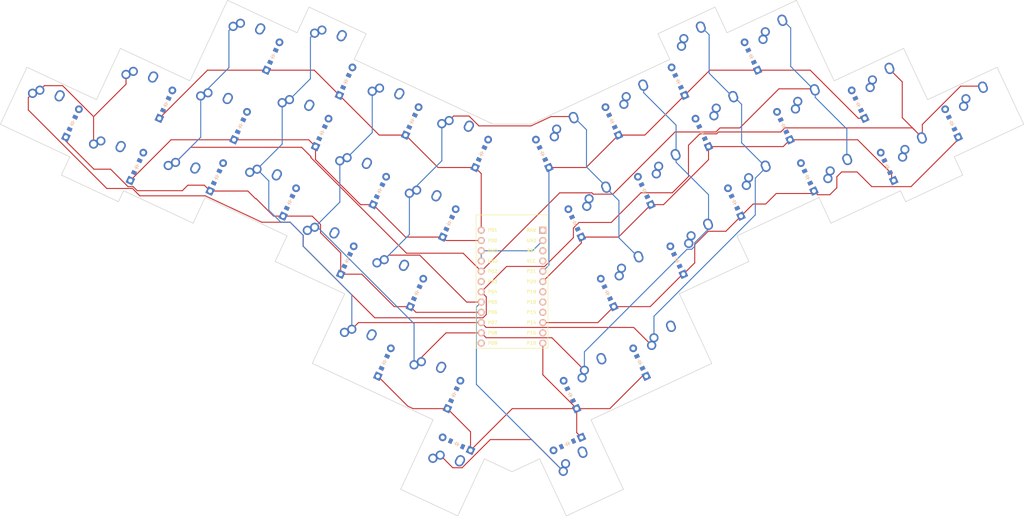
<source format=kicad_pcb>
(kicad_pcb (version 20171130) (host pcbnew "(5.1.8-0-10_14)")
  (title_block (title KEYBOARD_NAME_HERE) (rev VERSION_HERE) (company YOUR_NAME_HERE))
  (layers (0 F.Cu signal) (31 B.Cu signal) (34 B.Paste user) (35 F.Paste user) (36 B.SilkS user) (37 F.SilkS user) (38 B.Mask user) (39 F.Mask user) (44 Edge.Cuts user))
  (net 0 "")
  (net 1 pinky_bottom)
  (net 2 P4)
  (net 3 P6)
  (net 4 pinky_home)
  (net 5 P0)
  (net 6 pinky_top)
  (net 7 P1)
  (net 8 ring_bottom)
  (net 9 P2)
  (net 10 ring_home)
  (net 11 ring_top)
  (net 12 middle_bottom)
  (net 13 P7)
  (net 14 middle_home)
  (net 15 middle_top)
  (net 16 index_bottom)
  (net 17 P8)
  (net 18 index_home)
  (net 19 index_top)
  (net 20 inner_bottom)
  (net 21 P5)
  (net 22 inner_home)
  (net 23 inner_top)
  (net 24 near_thumb)
  (net 25 P10)
  (net 26 home_thumb)
  (net 27 far_thumb)
  (net 28 mirror_pinky_bottom)
  (net 29 P14)
  (net 30 mirror_pinky_home)
  (net 31 P20)
  (net 32 mirror_pinky_top)
  (net 33 P21)
  (net 34 mirror_ring_bottom)
  (net 35 mirror_ring_home)
  (net 36 mirror_ring_top)
  (net 37 mirror_middle_bottom)
  (net 38 mirror_middle_home)
  (net 39 mirror_middle_top)
  (net 40 mirror_index_bottom)
  (net 41 mirror_index_home)
  (net 42 mirror_index_top)
  (net 43 mirror_inner_bottom)
  (net 44 mirror_inner_home)
  (net 45 mirror_inner_top)
  (net 46 mirror_near_thumb)
  (net 47 mirror_home_thumb)
  (net 48 mirror_far_thumb)
  (net 49 RAW)
  (net 50 GND)
  (net 51 RST)
  (net 52 VCC)
  (net 53 P19)
  (net 54 P18)
  (net 55 P15)
  (net 56 P16)
  (net 57 P3)
  (net 58 P9)
  (module MX (layer F.Cu) (at -7.07701 -29.781134 335)
    (fp_text reference S1 hide)
    (fp_text value "" hide)
    (pad 1 thru_hole circle (at 2.54 -5.08) (size 2.286 2.286) (drill 1.4986) (layers *.Cu *.Mask) (net 1 pinky_bottom))
    (pad 2 thru_hole circle (at -3.81 -2.54) (size 2.286 2.286) (drill 1.4986) (layers *.Cu *.Mask) (net 2 P4))
    (pad "" np_thru_hole circle (at 0 0) (size 3.9878 3.9878) (drill 3.9878) (layers *.Cu *.Mask))
    (pad "" np_thru_hole circle (at 5.08 0) (size 1.7018 1.7018) (drill 1.7018) (layers *.Cu *.Mask))
    (pad "" np_thru_hole circle (at -5.08 0) (size 1.7018 1.7018) (drill 1.7018) (layers *.Cu *.Mask))
  )
  (module ALPS (layer F.Cu) (at -7.07701 -29.781134 335)
    (fp_text reference S2 hide)
    (fp_text value "" hide)
    (pad 1 thru_hole circle (at 2.5 -4.5) (size 2.25 2.25) (drill 1.47) (layers *.Cu *.Mask) (net 1 pinky_bottom))
    (pad 2 thru_hole circle (at -2.5 -4) (size 2.25 2.25) (drill 1.47) (layers *.Cu *.Mask) (net 2 P4))
  )
  (module ComboDiode (layer F.Cu) (at 0.40003 -26.294533 65)
    (fp_text reference D1 hide)
    (fp_text value "" hide)
    (pad 1 smd rect (at -1.65 0 65) (size 0.9 1.2) (layers F.Cu F.Paste F.Mask) (net 3 P6))
    (pad 2 smd rect (at 1.65 0 65) (size 0.9 1.2) (layers B.Cu B.Paste B.Mask) (net 1 pinky_bottom))
    (pad 1 smd rect (at -1.65 0 65) (size 0.9 1.2) (layers B.Cu B.Paste B.Mask) (net 3 P6))
    (pad 2 smd rect (at 1.65 0 65) (size 0.9 1.2) (layers F.Cu F.Paste F.Mask) (net 1 pinky_bottom))
    (pad 1 thru_hole circle (at 3.81 0 65) (size 1.905 1.905) (drill 0.9906) (layers *.Cu *.Mask) (net 1 pinky_bottom))
    (pad 2 thru_hole rect (at -3.81 0 65) (size 1.778 1.778) (drill 0.9906) (layers *.Cu *.Mask) (net 3 P6))
  )
  (module MX (layer F.Cu) (at 8.029747 -17.219848 335)
    (fp_text reference S3 hide)
    (fp_text value "" hide)
    (pad 1 thru_hole circle (at 2.54 -5.08) (size 2.286 2.286) (drill 1.4986) (layers *.Cu *.Mask) (net 4 pinky_home))
    (pad 2 thru_hole circle (at -3.81 -2.54) (size 2.286 2.286) (drill 1.4986) (layers *.Cu *.Mask) (net 2 P4))
    (pad "" np_thru_hole circle (at 0 0) (size 3.9878 3.9878) (drill 3.9878) (layers *.Cu *.Mask))
    (pad "" np_thru_hole circle (at 5.08 0) (size 1.7018 1.7018) (drill 1.7018) (layers *.Cu *.Mask))
    (pad "" np_thru_hole circle (at -5.08 0) (size 1.7018 1.7018) (drill 1.7018) (layers *.Cu *.Mask))
  )
  (module ALPS (layer F.Cu) (at 8.029747 -17.219848 335)
    (fp_text reference S4 hide)
    (fp_text value "" hide)
    (pad 1 thru_hole circle (at 2.5 -4.5) (size 2.25 2.25) (drill 1.47) (layers *.Cu *.Mask) (net 4 pinky_home))
    (pad 2 thru_hole circle (at -2.5 -4) (size 2.25 2.25) (drill 1.47) (layers *.Cu *.Mask) (net 2 P4))
  )
  (module ComboDiode (layer F.Cu) (at 16.352023 -15.545863 65)
    (fp_text reference D2 hide)
    (fp_text value "" hide)
    (pad 1 smd rect (at -1.65 0 65) (size 0.9 1.2) (layers F.Cu F.Paste F.Mask) (net 5 P0))
    (pad 2 smd rect (at 1.65 0 65) (size 0.9 1.2) (layers B.Cu B.Paste B.Mask) (net 4 pinky_home))
    (pad 1 smd rect (at -1.65 0 65) (size 0.9 1.2) (layers B.Cu B.Paste B.Mask) (net 5 P0))
    (pad 2 smd rect (at 1.65 0 65) (size 0.9 1.2) (layers F.Cu F.Paste F.Mask) (net 4 pinky_home))
    (pad 1 thru_hole circle (at 3.81 0 65) (size 1.905 1.905) (drill 0.9906) (layers *.Cu *.Mask) (net 4 pinky_home))
    (pad 2 thru_hole rect (at -3.81 0 65) (size 1.778 1.778) (drill 0.9906) (layers *.Cu *.Mask) (net 5 P0))
  )
  (module MX (layer F.Cu) (at 16.059494 -34.439696 335)
    (fp_text reference S5 hide)
    (fp_text value "" hide)
    (pad 1 thru_hole circle (at 2.54 -5.08) (size 2.286 2.286) (drill 1.4986) (layers *.Cu *.Mask) (net 6 pinky_top))
    (pad 2 thru_hole circle (at -3.81 -2.54) (size 2.286 2.286) (drill 1.4986) (layers *.Cu *.Mask) (net 2 P4))
    (pad "" np_thru_hole circle (at 0 0) (size 3.9878 3.9878) (drill 3.9878) (layers *.Cu *.Mask))
    (pad "" np_thru_hole circle (at 5.08 0) (size 1.7018 1.7018) (drill 1.7018) (layers *.Cu *.Mask))
    (pad "" np_thru_hole circle (at -5.08 0) (size 1.7018 1.7018) (drill 1.7018) (layers *.Cu *.Mask))
  )
  (module ALPS (layer F.Cu) (at 16.059494 -34.439696 335)
    (fp_text reference S6 hide)
    (fp_text value "" hide)
    (pad 1 thru_hole circle (at 2.5 -4.5) (size 2.25 2.25) (drill 1.47) (layers *.Cu *.Mask) (net 6 pinky_top))
    (pad 2 thru_hole circle (at -2.5 -4) (size 2.25 2.25) (drill 1.47) (layers *.Cu *.Mask) (net 2 P4))
  )
  (module ComboDiode (layer F.Cu) (at 23.536533 -30.953095 65)
    (fp_text reference D3 hide)
    (fp_text value "" hide)
    (pad 1 smd rect (at -1.65 0 65) (size 0.9 1.2) (layers F.Cu F.Paste F.Mask) (net 7 P1))
    (pad 2 smd rect (at 1.65 0 65) (size 0.9 1.2) (layers B.Cu B.Paste B.Mask) (net 6 pinky_top))
    (pad 1 smd rect (at -1.65 0 65) (size 0.9 1.2) (layers B.Cu B.Paste B.Mask) (net 7 P1))
    (pad 2 smd rect (at 1.65 0 65) (size 0.9 1.2) (layers F.Cu F.Paste F.Mask) (net 6 pinky_top))
    (pad 1 thru_hole circle (at 3.81 0 65) (size 1.905 1.905) (drill 0.9906) (layers *.Cu *.Mask) (net 6 pinky_top))
    (pad 2 thru_hole rect (at -3.81 0 65) (size 1.778 1.778) (drill 0.9906) (layers *.Cu *.Mask) (net 7 P1))
  )
  (module MX (layer F.Cu) (at 26.51745 -11.909024 335)
    (fp_text reference S7 hide)
    (fp_text value "" hide)
    (pad 1 thru_hole circle (at 2.54 -5.08) (size 2.286 2.286) (drill 1.4986) (layers *.Cu *.Mask) (net 8 ring_bottom))
    (pad 2 thru_hole circle (at -3.81 -2.54) (size 2.286 2.286) (drill 1.4986) (layers *.Cu *.Mask) (net 9 P2))
    (pad "" np_thru_hole circle (at 0 0) (size 3.9878 3.9878) (drill 3.9878) (layers *.Cu *.Mask))
    (pad "" np_thru_hole circle (at 5.08 0) (size 1.7018 1.7018) (drill 1.7018) (layers *.Cu *.Mask))
    (pad "" np_thru_hole circle (at -5.08 0) (size 1.7018 1.7018) (drill 1.7018) (layers *.Cu *.Mask))
  )
  (module ALPS (layer F.Cu) (at 26.51745 -11.909024 335)
    (fp_text reference S8 hide)
    (fp_text value "" hide)
    (pad 1 thru_hole circle (at 2.5 -4.5) (size 2.25 2.25) (drill 1.47) (layers *.Cu *.Mask) (net 8 ring_bottom))
    (pad 2 thru_hole circle (at -2.5 -4) (size 2.25 2.25) (drill 1.47) (layers *.Cu *.Mask) (net 9 P2))
  )
  (module ComboDiode (layer F.Cu) (at 36.10758 -12.953963 65)
    (fp_text reference D4 hide)
    (fp_text value "" hide)
    (pad 1 smd rect (at -1.65 0 65) (size 0.9 1.2) (layers F.Cu F.Paste F.Mask) (net 3 P6))
    (pad 2 smd rect (at 1.65 0 65) (size 0.9 1.2) (layers B.Cu B.Paste B.Mask) (net 8 ring_bottom))
    (pad 1 smd rect (at -1.65 0 65) (size 0.9 1.2) (layers B.Cu B.Paste B.Mask) (net 3 P6))
    (pad 2 smd rect (at 1.65 0 65) (size 0.9 1.2) (layers F.Cu F.Paste F.Mask) (net 8 ring_bottom))
    (pad 1 thru_hole circle (at 3.81 0 65) (size 1.905 1.905) (drill 0.9906) (layers *.Cu *.Mask) (net 8 ring_bottom))
    (pad 2 thru_hole rect (at -3.81 0 65) (size 1.778 1.778) (drill 0.9906) (layers *.Cu *.Mask) (net 3 P6))
  )
  (module MX (layer F.Cu) (at 34.547197 -29.128872 335)
    (fp_text reference S9 hide)
    (fp_text value "" hide)
    (pad 1 thru_hole circle (at 2.54 -5.08) (size 2.286 2.286) (drill 1.4986) (layers *.Cu *.Mask) (net 10 ring_home))
    (pad 2 thru_hole circle (at -3.81 -2.54) (size 2.286 2.286) (drill 1.4986) (layers *.Cu *.Mask) (net 9 P2))
    (pad "" np_thru_hole circle (at 0 0) (size 3.9878 3.9878) (drill 3.9878) (layers *.Cu *.Mask))
    (pad "" np_thru_hole circle (at 5.08 0) (size 1.7018 1.7018) (drill 1.7018) (layers *.Cu *.Mask))
    (pad "" np_thru_hole circle (at -5.08 0) (size 1.7018 1.7018) (drill 1.7018) (layers *.Cu *.Mask))
  )
  (module ALPS (layer F.Cu) (at 34.547197 -29.128872 335)
    (fp_text reference S10 hide)
    (fp_text value "" hide)
    (pad 1 thru_hole circle (at 2.5 -4.5) (size 2.25 2.25) (drill 1.47) (layers *.Cu *.Mask) (net 10 ring_home))
    (pad 2 thru_hole circle (at -2.5 -4) (size 2.25 2.25) (drill 1.47) (layers *.Cu *.Mask) (net 9 P2))
  )
  (module ComboDiode (layer F.Cu) (at 42.024236 -25.642272 65)
    (fp_text reference D5 hide)
    (fp_text value "" hide)
    (pad 1 smd rect (at -1.65 0 65) (size 0.9 1.2) (layers F.Cu F.Paste F.Mask) (net 5 P0))
    (pad 2 smd rect (at 1.65 0 65) (size 0.9 1.2) (layers B.Cu B.Paste B.Mask) (net 10 ring_home))
    (pad 1 smd rect (at -1.65 0 65) (size 0.9 1.2) (layers B.Cu B.Paste B.Mask) (net 5 P0))
    (pad 2 smd rect (at 1.65 0 65) (size 0.9 1.2) (layers F.Cu F.Paste F.Mask) (net 10 ring_home))
    (pad 1 thru_hole circle (at 3.81 0 65) (size 1.905 1.905) (drill 0.9906) (layers *.Cu *.Mask) (net 10 ring_home))
    (pad 2 thru_hole rect (at -3.81 0 65) (size 1.778 1.778) (drill 0.9906) (layers *.Cu *.Mask) (net 5 P0))
  )
  (module MX (layer F.Cu) (at 42.576944 -46.34872 335)
    (fp_text reference S11 hide)
    (fp_text value "" hide)
    (pad 1 thru_hole circle (at 2.54 -5.08) (size 2.286 2.286) (drill 1.4986) (layers *.Cu *.Mask) (net 11 ring_top))
    (pad 2 thru_hole circle (at -3.81 -2.54) (size 2.286 2.286) (drill 1.4986) (layers *.Cu *.Mask) (net 9 P2))
    (pad "" np_thru_hole circle (at 0 0) (size 3.9878 3.9878) (drill 3.9878) (layers *.Cu *.Mask))
    (pad "" np_thru_hole circle (at 5.08 0) (size 1.7018 1.7018) (drill 1.7018) (layers *.Cu *.Mask))
    (pad "" np_thru_hole circle (at -5.08 0) (size 1.7018 1.7018) (drill 1.7018) (layers *.Cu *.Mask))
  )
  (module ALPS (layer F.Cu) (at 42.576944 -46.34872 335)
    (fp_text reference S12 hide)
    (fp_text value "" hide)
    (pad 1 thru_hole circle (at 2.5 -4.5) (size 2.25 2.25) (drill 1.47) (layers *.Cu *.Mask) (net 11 ring_top))
    (pad 2 thru_hole circle (at -2.5 -4) (size 2.25 2.25) (drill 1.47) (layers *.Cu *.Mask) (net 9 P2))
  )
  (module ComboDiode (layer F.Cu) (at 50.053983 -42.86212 65)
    (fp_text reference D6 hide)
    (fp_text value "" hide)
    (pad 1 smd rect (at -1.65 0 65) (size 0.9 1.2) (layers F.Cu F.Paste F.Mask) (net 7 P1))
    (pad 2 smd rect (at 1.65 0 65) (size 0.9 1.2) (layers B.Cu B.Paste B.Mask) (net 11 ring_top))
    (pad 1 smd rect (at -1.65 0 65) (size 0.9 1.2) (layers B.Cu B.Paste B.Mask) (net 7 P1))
    (pad 2 smd rect (at 1.65 0 65) (size 0.9 1.2) (layers F.Cu F.Paste F.Mask) (net 11 ring_top))
    (pad 1 thru_hole circle (at 3.81 0 65) (size 1.905 1.905) (drill 0.9906) (layers *.Cu *.Mask) (net 11 ring_top))
    (pad 2 thru_hole rect (at -3.81 0 65) (size 1.778 1.778) (drill 0.9906) (layers *.Cu *.Mask) (net 7 P1))
  )
  (module MX (layer F.Cu) (at 46.695626 -10.223432 335)
    (fp_text reference S13 hide)
    (fp_text value "" hide)
    (pad 1 thru_hole circle (at 2.54 -5.08) (size 2.286 2.286) (drill 1.4986) (layers *.Cu *.Mask) (net 12 middle_bottom))
    (pad 2 thru_hole circle (at -3.81 -2.54) (size 2.286 2.286) (drill 1.4986) (layers *.Cu *.Mask) (net 13 P7))
    (pad "" np_thru_hole circle (at 0 0) (size 3.9878 3.9878) (drill 3.9878) (layers *.Cu *.Mask))
    (pad "" np_thru_hole circle (at 5.08 0) (size 1.7018 1.7018) (drill 1.7018) (layers *.Cu *.Mask))
    (pad "" np_thru_hole circle (at -5.08 0) (size 1.7018 1.7018) (drill 1.7018) (layers *.Cu *.Mask))
  )
  (module ALPS (layer F.Cu) (at 46.695626 -10.223432 335)
    (fp_text reference S14 hide)
    (fp_text value "" hide)
    (pad 1 thru_hole circle (at 2.5 -4.5) (size 2.25 2.25) (drill 1.47) (layers *.Cu *.Mask) (net 12 middle_bottom))
    (pad 2 thru_hole circle (at -2.5 -4) (size 2.25 2.25) (drill 1.47) (layers *.Cu *.Mask) (net 13 P7))
  )
  (module ComboDiode (layer F.Cu) (at 54.172665 -6.736831 65)
    (fp_text reference D7 hide)
    (fp_text value "" hide)
    (pad 1 smd rect (at -1.65 0 65) (size 0.9 1.2) (layers F.Cu F.Paste F.Mask) (net 3 P6))
    (pad 2 smd rect (at 1.65 0 65) (size 0.9 1.2) (layers B.Cu B.Paste B.Mask) (net 12 middle_bottom))
    (pad 1 smd rect (at -1.65 0 65) (size 0.9 1.2) (layers B.Cu B.Paste B.Mask) (net 3 P6))
    (pad 2 smd rect (at 1.65 0 65) (size 0.9 1.2) (layers F.Cu F.Paste F.Mask) (net 12 middle_bottom))
    (pad 1 thru_hole circle (at 3.81 0 65) (size 1.905 1.905) (drill 0.9906) (layers *.Cu *.Mask) (net 12 middle_bottom))
    (pad 2 thru_hole rect (at -3.81 0 65) (size 1.778 1.778) (drill 0.9906) (layers *.Cu *.Mask) (net 3 P6))
  )
  (module MX (layer F.Cu) (at 54.725373 -27.44328 335)
    (fp_text reference S15 hide)
    (fp_text value "" hide)
    (pad 1 thru_hole circle (at 2.54 -5.08) (size 2.286 2.286) (drill 1.4986) (layers *.Cu *.Mask) (net 14 middle_home))
    (pad 2 thru_hole circle (at -3.81 -2.54) (size 2.286 2.286) (drill 1.4986) (layers *.Cu *.Mask) (net 13 P7))
    (pad "" np_thru_hole circle (at 0 0) (size 3.9878 3.9878) (drill 3.9878) (layers *.Cu *.Mask))
    (pad "" np_thru_hole circle (at 5.08 0) (size 1.7018 1.7018) (drill 1.7018) (layers *.Cu *.Mask))
    (pad "" np_thru_hole circle (at -5.08 0) (size 1.7018 1.7018) (drill 1.7018) (layers *.Cu *.Mask))
  )
  (module ALPS (layer F.Cu) (at 54.725373 -27.44328 335)
    (fp_text reference S16 hide)
    (fp_text value "" hide)
    (pad 1 thru_hole circle (at 2.5 -4.5) (size 2.25 2.25) (drill 1.47) (layers *.Cu *.Mask) (net 14 middle_home))
    (pad 2 thru_hole circle (at -2.5 -4) (size 2.25 2.25) (drill 1.47) (layers *.Cu *.Mask) (net 13 P7))
  )
  (module ComboDiode (layer F.Cu) (at 62.202412 -23.956679 65)
    (fp_text reference D8 hide)
    (fp_text value "" hide)
    (pad 1 smd rect (at -1.65 0 65) (size 0.9 1.2) (layers F.Cu F.Paste F.Mask) (net 5 P0))
    (pad 2 smd rect (at 1.65 0 65) (size 0.9 1.2) (layers B.Cu B.Paste B.Mask) (net 14 middle_home))
    (pad 1 smd rect (at -1.65 0 65) (size 0.9 1.2) (layers B.Cu B.Paste B.Mask) (net 5 P0))
    (pad 2 smd rect (at 1.65 0 65) (size 0.9 1.2) (layers F.Cu F.Paste F.Mask) (net 14 middle_home))
    (pad 1 thru_hole circle (at 3.81 0 65) (size 1.905 1.905) (drill 0.9906) (layers *.Cu *.Mask) (net 14 middle_home))
    (pad 2 thru_hole rect (at -3.81 0 65) (size 1.778 1.778) (drill 0.9906) (layers *.Cu *.Mask) (net 5 P0))
  )
  (module MX (layer F.Cu) (at 62.755119 -44.663128 335)
    (fp_text reference S17 hide)
    (fp_text value "" hide)
    (pad 1 thru_hole circle (at 2.54 -5.08) (size 2.286 2.286) (drill 1.4986) (layers *.Cu *.Mask) (net 15 middle_top))
    (pad 2 thru_hole circle (at -3.81 -2.54) (size 2.286 2.286) (drill 1.4986) (layers *.Cu *.Mask) (net 13 P7))
    (pad "" np_thru_hole circle (at 0 0) (size 3.9878 3.9878) (drill 3.9878) (layers *.Cu *.Mask))
    (pad "" np_thru_hole circle (at 5.08 0) (size 1.7018 1.7018) (drill 1.7018) (layers *.Cu *.Mask))
    (pad "" np_thru_hole circle (at -5.08 0) (size 1.7018 1.7018) (drill 1.7018) (layers *.Cu *.Mask))
  )
  (module ALPS (layer F.Cu) (at 62.755119 -44.663128 335)
    (fp_text reference S18 hide)
    (fp_text value "" hide)
    (pad 1 thru_hole circle (at 2.5 -4.5) (size 2.25 2.25) (drill 1.47) (layers *.Cu *.Mask) (net 15 middle_top))
    (pad 2 thru_hole circle (at -2.5 -4) (size 2.25 2.25) (drill 1.47) (layers *.Cu *.Mask) (net 13 P7))
  )
  (module ComboDiode (layer F.Cu) (at 68.119067 -36.644988 65)
    (fp_text reference D9 hide)
    (fp_text value "" hide)
    (pad 1 smd rect (at -1.65 0 65) (size 0.9 1.2) (layers F.Cu F.Paste F.Mask) (net 7 P1))
    (pad 2 smd rect (at 1.65 0 65) (size 0.9 1.2) (layers B.Cu B.Paste B.Mask) (net 15 middle_top))
    (pad 1 smd rect (at -1.65 0 65) (size 0.9 1.2) (layers B.Cu B.Paste B.Mask) (net 7 P1))
    (pad 2 smd rect (at 1.65 0 65) (size 0.9 1.2) (layers F.Cu F.Paste F.Mask) (net 15 middle_top))
    (pad 1 thru_hole circle (at 3.81 0 65) (size 1.905 1.905) (drill 0.9906) (layers *.Cu *.Mask) (net 15 middle_top))
    (pad 2 thru_hole rect (at -3.81 0 65) (size 1.778 1.778) (drill 0.9906) (layers *.Cu *.Mask) (net 7 P1))
  )
  (module MX (layer F.Cu) (at 60.957146 4.15047 335)
    (fp_text reference S19 hide)
    (fp_text value "" hide)
    (pad 1 thru_hole circle (at 2.54 -5.08) (size 2.286 2.286) (drill 1.4986) (layers *.Cu *.Mask) (net 16 index_bottom))
    (pad 2 thru_hole circle (at -3.81 -2.54) (size 2.286 2.286) (drill 1.4986) (layers *.Cu *.Mask) (net 17 P8))
    (pad "" np_thru_hole circle (at 0 0) (size 3.9878 3.9878) (drill 3.9878) (layers *.Cu *.Mask))
    (pad "" np_thru_hole circle (at 5.08 0) (size 1.7018 1.7018) (drill 1.7018) (layers *.Cu *.Mask))
    (pad "" np_thru_hole circle (at -5.08 0) (size 1.7018 1.7018) (drill 1.7018) (layers *.Cu *.Mask))
  )
  (module ALPS (layer F.Cu) (at 60.957146 4.15047 335)
    (fp_text reference S20 hide)
    (fp_text value "" hide)
    (pad 1 thru_hole circle (at 2.5 -4.5) (size 2.25 2.25) (drill 1.47) (layers *.Cu *.Mask) (net 16 index_bottom))
    (pad 2 thru_hole circle (at -2.5 -4) (size 2.25 2.25) (drill 1.47) (layers *.Cu *.Mask) (net 17 P8))
  )
  (module ComboDiode (layer F.Cu) (at 68.434185 7.63707 65)
    (fp_text reference D10 hide)
    (fp_text value "" hide)
    (pad 1 smd rect (at -1.65 0 65) (size 0.9 1.2) (layers F.Cu F.Paste F.Mask) (net 3 P6))
    (pad 2 smd rect (at 1.65 0 65) (size 0.9 1.2) (layers B.Cu B.Paste B.Mask) (net 16 index_bottom))
    (pad 1 smd rect (at -1.65 0 65) (size 0.9 1.2) (layers B.Cu B.Paste B.Mask) (net 3 P6))
    (pad 2 smd rect (at 1.65 0 65) (size 0.9 1.2) (layers F.Cu F.Paste F.Mask) (net 16 index_bottom))
    (pad 1 thru_hole circle (at 3.81 0 65) (size 1.905 1.905) (drill 0.9906) (layers *.Cu *.Mask) (net 16 index_bottom))
    (pad 2 thru_hole rect (at -3.81 0 65) (size 1.778 1.778) (drill 0.9906) (layers *.Cu *.Mask) (net 3 P6))
  )
  (module MX (layer F.Cu) (at 68.986893 -13.069378 335)
    (fp_text reference S21 hide)
    (fp_text value "" hide)
    (pad 1 thru_hole circle (at 2.54 -5.08) (size 2.286 2.286) (drill 1.4986) (layers *.Cu *.Mask) (net 18 index_home))
    (pad 2 thru_hole circle (at -3.81 -2.54) (size 2.286 2.286) (drill 1.4986) (layers *.Cu *.Mask) (net 17 P8))
    (pad "" np_thru_hole circle (at 0 0) (size 3.9878 3.9878) (drill 3.9878) (layers *.Cu *.Mask))
    (pad "" np_thru_hole circle (at 5.08 0) (size 1.7018 1.7018) (drill 1.7018) (layers *.Cu *.Mask))
    (pad "" np_thru_hole circle (at -5.08 0) (size 1.7018 1.7018) (drill 1.7018) (layers *.Cu *.Mask))
  )
  (module ALPS (layer F.Cu) (at 68.986893 -13.069378 335)
    (fp_text reference S22 hide)
    (fp_text value "" hide)
    (pad 1 thru_hole circle (at 2.5 -4.5) (size 2.25 2.25) (drill 1.47) (layers *.Cu *.Mask) (net 18 index_home))
    (pad 2 thru_hole circle (at -2.5 -4) (size 2.25 2.25) (drill 1.47) (layers *.Cu *.Mask) (net 17 P8))
  )
  (module ComboDiode (layer F.Cu) (at 76.463932 -9.582778 65)
    (fp_text reference D11 hide)
    (fp_text value "" hide)
    (pad 1 smd rect (at -1.65 0 65) (size 0.9 1.2) (layers F.Cu F.Paste F.Mask) (net 5 P0))
    (pad 2 smd rect (at 1.65 0 65) (size 0.9 1.2) (layers B.Cu B.Paste B.Mask) (net 18 index_home))
    (pad 1 smd rect (at -1.65 0 65) (size 0.9 1.2) (layers B.Cu B.Paste B.Mask) (net 5 P0))
    (pad 2 smd rect (at 1.65 0 65) (size 0.9 1.2) (layers F.Cu F.Paste F.Mask) (net 18 index_home))
    (pad 1 thru_hole circle (at 3.81 0 65) (size 1.905 1.905) (drill 0.9906) (layers *.Cu *.Mask) (net 18 index_home))
    (pad 2 thru_hole rect (at -3.81 0 65) (size 1.778 1.778) (drill 0.9906) (layers *.Cu *.Mask) (net 5 P0))
  )
  (module MX (layer F.Cu) (at 77.01664 -30.289226 335)
    (fp_text reference S23 hide)
    (fp_text value "" hide)
    (pad 1 thru_hole circle (at 2.54 -5.08) (size 2.286 2.286) (drill 1.4986) (layers *.Cu *.Mask) (net 19 index_top))
    (pad 2 thru_hole circle (at -3.81 -2.54) (size 2.286 2.286) (drill 1.4986) (layers *.Cu *.Mask) (net 17 P8))
    (pad "" np_thru_hole circle (at 0 0) (size 3.9878 3.9878) (drill 3.9878) (layers *.Cu *.Mask))
    (pad "" np_thru_hole circle (at 5.08 0) (size 1.7018 1.7018) (drill 1.7018) (layers *.Cu *.Mask))
    (pad "" np_thru_hole circle (at -5.08 0) (size 1.7018 1.7018) (drill 1.7018) (layers *.Cu *.Mask))
  )
  (module ALPS (layer F.Cu) (at 77.01664 -30.289226 335)
    (fp_text reference S24 hide)
    (fp_text value "" hide)
    (pad 1 thru_hole circle (at 2.5 -4.5) (size 2.25 2.25) (drill 1.47) (layers *.Cu *.Mask) (net 19 index_top))
    (pad 2 thru_hole circle (at -2.5 -4) (size 2.25 2.25) (drill 1.47) (layers *.Cu *.Mask) (net 17 P8))
  )
  (module ComboDiode (layer F.Cu) (at 84.493679 -26.802626 65)
    (fp_text reference D12 hide)
    (fp_text value "" hide)
    (pad 1 smd rect (at -1.65 0 65) (size 0.9 1.2) (layers F.Cu F.Paste F.Mask) (net 7 P1))
    (pad 2 smd rect (at 1.65 0 65) (size 0.9 1.2) (layers B.Cu B.Paste B.Mask) (net 19 index_top))
    (pad 1 smd rect (at -1.65 0 65) (size 0.9 1.2) (layers B.Cu B.Paste B.Mask) (net 7 P1))
    (pad 2 smd rect (at 1.65 0 65) (size 0.9 1.2) (layers F.Cu F.Paste F.Mask) (net 19 index_top))
    (pad 1 thru_hole circle (at 3.81 0 65) (size 1.905 1.905) (drill 0.9906) (layers *.Cu *.Mask) (net 19 index_top))
    (pad 2 thru_hole rect (at -3.81 0 65) (size 1.778 1.778) (drill 0.9906) (layers *.Cu *.Mask) (net 7 P1))
  )
  (module MX (layer F.Cu) (at 78.176994 12.180217 335)
    (fp_text reference S25 hide)
    (fp_text value "" hide)
    (pad 1 thru_hole circle (at 2.54 -5.08) (size 2.286 2.286) (drill 1.4986) (layers *.Cu *.Mask) (net 20 inner_bottom))
    (pad 2 thru_hole circle (at -3.81 -2.54) (size 2.286 2.286) (drill 1.4986) (layers *.Cu *.Mask) (net 21 P5))
    (pad "" np_thru_hole circle (at 0 0) (size 3.9878 3.9878) (drill 3.9878) (layers *.Cu *.Mask))
    (pad "" np_thru_hole circle (at 5.08 0) (size 1.7018 1.7018) (drill 1.7018) (layers *.Cu *.Mask))
    (pad "" np_thru_hole circle (at -5.08 0) (size 1.7018 1.7018) (drill 1.7018) (layers *.Cu *.Mask))
  )
  (module ALPS (layer F.Cu) (at 78.176994 12.180217 335)
    (fp_text reference S26 hide)
    (fp_text value "" hide)
    (pad 1 thru_hole circle (at 2.5 -4.5) (size 2.25 2.25) (drill 1.47) (layers *.Cu *.Mask) (net 20 inner_bottom))
    (pad 2 thru_hole circle (at -2.5 -4) (size 2.25 2.25) (drill 1.47) (layers *.Cu *.Mask) (net 21 P5))
  )
  (module ComboDiode (layer F.Cu) (at 85.654033 15.666817 65)
    (fp_text reference D13 hide)
    (fp_text value "" hide)
    (pad 1 smd rect (at -1.65 0 65) (size 0.9 1.2) (layers F.Cu F.Paste F.Mask) (net 3 P6))
    (pad 2 smd rect (at 1.65 0 65) (size 0.9 1.2) (layers B.Cu B.Paste B.Mask) (net 20 inner_bottom))
    (pad 1 smd rect (at -1.65 0 65) (size 0.9 1.2) (layers B.Cu B.Paste B.Mask) (net 3 P6))
    (pad 2 smd rect (at 1.65 0 65) (size 0.9 1.2) (layers F.Cu F.Paste F.Mask) (net 20 inner_bottom))
    (pad 1 thru_hole circle (at 3.81 0 65) (size 1.905 1.905) (drill 0.9906) (layers *.Cu *.Mask) (net 20 inner_bottom))
    (pad 2 thru_hole rect (at -3.81 0 65) (size 1.778 1.778) (drill 0.9906) (layers *.Cu *.Mask) (net 3 P6))
  )
  (module MX (layer F.Cu) (at 86.206741 -5.039631 335)
    (fp_text reference S27 hide)
    (fp_text value "" hide)
    (pad 1 thru_hole circle (at 2.54 -5.08) (size 2.286 2.286) (drill 1.4986) (layers *.Cu *.Mask) (net 22 inner_home))
    (pad 2 thru_hole circle (at -3.81 -2.54) (size 2.286 2.286) (drill 1.4986) (layers *.Cu *.Mask) (net 21 P5))
    (pad "" np_thru_hole circle (at 0 0) (size 3.9878 3.9878) (drill 3.9878) (layers *.Cu *.Mask))
    (pad "" np_thru_hole circle (at 5.08 0) (size 1.7018 1.7018) (drill 1.7018) (layers *.Cu *.Mask))
    (pad "" np_thru_hole circle (at -5.08 0) (size 1.7018 1.7018) (drill 1.7018) (layers *.Cu *.Mask))
  )
  (module ALPS (layer F.Cu) (at 86.206741 -5.039631 335)
    (fp_text reference S28 hide)
    (fp_text value "" hide)
    (pad 1 thru_hole circle (at 2.5 -4.5) (size 2.25 2.25) (drill 1.47) (layers *.Cu *.Mask) (net 22 inner_home))
    (pad 2 thru_hole circle (at -2.5 -4) (size 2.25 2.25) (drill 1.47) (layers *.Cu *.Mask) (net 21 P5))
  )
  (module ComboDiode (layer F.Cu) (at 93.68378 -1.553031 65)
    (fp_text reference D14 hide)
    (fp_text value "" hide)
    (pad 1 smd rect (at -1.65 0 65) (size 0.9 1.2) (layers F.Cu F.Paste F.Mask) (net 5 P0))
    (pad 2 smd rect (at 1.65 0 65) (size 0.9 1.2) (layers B.Cu B.Paste B.Mask) (net 22 inner_home))
    (pad 1 smd rect (at -1.65 0 65) (size 0.9 1.2) (layers B.Cu B.Paste B.Mask) (net 5 P0))
    (pad 2 smd rect (at 1.65 0 65) (size 0.9 1.2) (layers F.Cu F.Paste F.Mask) (net 22 inner_home))
    (pad 1 thru_hole circle (at 3.81 0 65) (size 1.905 1.905) (drill 0.9906) (layers *.Cu *.Mask) (net 22 inner_home))
    (pad 2 thru_hole rect (at -3.81 0 65) (size 1.778 1.778) (drill 0.9906) (layers *.Cu *.Mask) (net 5 P0))
  )
  (module MX (layer F.Cu) (at 94.236488 -22.259479 335)
    (fp_text reference S29 hide)
    (fp_text value "" hide)
    (pad 1 thru_hole circle (at 2.54 -5.08) (size 2.286 2.286) (drill 1.4986) (layers *.Cu *.Mask) (net 23 inner_top))
    (pad 2 thru_hole circle (at -3.81 -2.54) (size 2.286 2.286) (drill 1.4986) (layers *.Cu *.Mask) (net 21 P5))
    (pad "" np_thru_hole circle (at 0 0) (size 3.9878 3.9878) (drill 3.9878) (layers *.Cu *.Mask))
    (pad "" np_thru_hole circle (at 5.08 0) (size 1.7018 1.7018) (drill 1.7018) (layers *.Cu *.Mask))
    (pad "" np_thru_hole circle (at -5.08 0) (size 1.7018 1.7018) (drill 1.7018) (layers *.Cu *.Mask))
  )
  (module ALPS (layer F.Cu) (at 94.236488 -22.259479 335)
    (fp_text reference S30 hide)
    (fp_text value "" hide)
    (pad 1 thru_hole circle (at 2.5 -4.5) (size 2.25 2.25) (drill 1.47) (layers *.Cu *.Mask) (net 23 inner_top))
    (pad 2 thru_hole circle (at -2.5 -4) (size 2.25 2.25) (drill 1.47) (layers *.Cu *.Mask) (net 21 P5))
  )
  (module ComboDiode (layer F.Cu) (at 101.713527 -18.772879 65)
    (fp_text reference D15 hide)
    (fp_text value "" hide)
    (pad 1 smd rect (at -1.65 0 65) (size 0.9 1.2) (layers F.Cu F.Paste F.Mask) (net 7 P1))
    (pad 2 smd rect (at 1.65 0 65) (size 0.9 1.2) (layers B.Cu B.Paste B.Mask) (net 23 inner_top))
    (pad 1 smd rect (at -1.65 0 65) (size 0.9 1.2) (layers B.Cu B.Paste B.Mask) (net 7 P1))
    (pad 2 smd rect (at 1.65 0 65) (size 0.9 1.2) (layers F.Cu F.Paste F.Mask) (net 23 inner_top))
    (pad 1 thru_hole circle (at 3.81 0 65) (size 1.905 1.905) (drill 0.9906) (layers *.Cu *.Mask) (net 23 inner_top))
    (pad 2 thru_hole rect (at -3.81 0 65) (size 1.778 1.778) (drill 0.9906) (layers *.Cu *.Mask) (net 7 P1))
  )
  (module MX (layer F.Cu) (at 70.147247 29.400065 335)
    (fp_text reference S31 hide)
    (fp_text value "" hide)
    (pad 1 thru_hole circle (at 2.54 -5.08) (size 2.286 2.286) (drill 1.4986) (layers *.Cu *.Mask) (net 24 near_thumb))
    (pad 2 thru_hole circle (at -3.81 -2.54) (size 2.286 2.286) (drill 1.4986) (layers *.Cu *.Mask) (net 13 P7))
    (pad "" np_thru_hole circle (at 0 0) (size 3.9878 3.9878) (drill 3.9878) (layers *.Cu *.Mask))
    (pad "" np_thru_hole circle (at 5.08 0) (size 1.7018 1.7018) (drill 1.7018) (layers *.Cu *.Mask))
    (pad "" np_thru_hole circle (at -5.08 0) (size 1.7018 1.7018) (drill 1.7018) (layers *.Cu *.Mask))
  )
  (module ALPS (layer F.Cu) (at 70.147247 29.400065 335)
    (fp_text reference S32 hide)
    (fp_text value "" hide)
    (pad 1 thru_hole circle (at 2.5 -4.5) (size 2.25 2.25) (drill 1.47) (layers *.Cu *.Mask) (net 24 near_thumb))
    (pad 2 thru_hole circle (at -2.5 -4) (size 2.25 2.25) (drill 1.47) (layers *.Cu *.Mask) (net 13 P7))
  )
  (module ComboDiode (layer F.Cu) (at 77.624286 32.886665 65)
    (fp_text reference D16 hide)
    (fp_text value "" hide)
    (pad 1 smd rect (at -1.65 0 65) (size 0.9 1.2) (layers F.Cu F.Paste F.Mask) (net 25 P10))
    (pad 2 smd rect (at 1.65 0 65) (size 0.9 1.2) (layers B.Cu B.Paste B.Mask) (net 24 near_thumb))
    (pad 1 smd rect (at -1.65 0 65) (size 0.9 1.2) (layers B.Cu B.Paste B.Mask) (net 25 P10))
    (pad 2 smd rect (at 1.65 0 65) (size 0.9 1.2) (layers F.Cu F.Paste F.Mask) (net 24 near_thumb))
    (pad 1 thru_hole circle (at 3.81 0 65) (size 1.905 1.905) (drill 0.9906) (layers *.Cu *.Mask) (net 24 near_thumb))
    (pad 2 thru_hole rect (at -3.81 0 65) (size 1.778 1.778) (drill 0.9906) (layers *.Cu *.Mask) (net 25 P10))
  )
  (module MX (layer F.Cu) (at 87.367095 37.429812 335)
    (fp_text reference S33 hide)
    (fp_text value "" hide)
    (pad 1 thru_hole circle (at 2.54 -5.08) (size 2.286 2.286) (drill 1.4986) (layers *.Cu *.Mask) (net 26 home_thumb))
    (pad 2 thru_hole circle (at -3.81 -2.54) (size 2.286 2.286) (drill 1.4986) (layers *.Cu *.Mask) (net 17 P8))
    (pad "" np_thru_hole circle (at 0 0) (size 3.9878 3.9878) (drill 3.9878) (layers *.Cu *.Mask))
    (pad "" np_thru_hole circle (at 5.08 0) (size 1.7018 1.7018) (drill 1.7018) (layers *.Cu *.Mask))
    (pad "" np_thru_hole circle (at -5.08 0) (size 1.7018 1.7018) (drill 1.7018) (layers *.Cu *.Mask))
  )
  (module ALPS (layer F.Cu) (at 87.367095 37.429812 335)
    (fp_text reference S34 hide)
    (fp_text value "" hide)
    (pad 1 thru_hole circle (at 2.5 -4.5) (size 2.25 2.25) (drill 1.47) (layers *.Cu *.Mask) (net 26 home_thumb))
    (pad 2 thru_hole circle (at -2.5 -4) (size 2.25 2.25) (drill 1.47) (layers *.Cu *.Mask) (net 17 P8))
  )
  (module ComboDiode (layer F.Cu) (at 94.844134 40.916412 65)
    (fp_text reference D17 hide)
    (fp_text value "" hide)
    (pad 1 smd rect (at -1.65 0 65) (size 0.9 1.2) (layers F.Cu F.Paste F.Mask) (net 25 P10))
    (pad 2 smd rect (at 1.65 0 65) (size 0.9 1.2) (layers B.Cu B.Paste B.Mask) (net 26 home_thumb))
    (pad 1 smd rect (at -1.65 0 65) (size 0.9 1.2) (layers B.Cu B.Paste B.Mask) (net 25 P10))
    (pad 2 smd rect (at 1.65 0 65) (size 0.9 1.2) (layers F.Cu F.Paste F.Mask) (net 26 home_thumb))
    (pad 1 thru_hole circle (at 3.81 0 65) (size 1.905 1.905) (drill 0.9906) (layers *.Cu *.Mask) (net 26 home_thumb))
    (pad 2 thru_hole rect (at -3.81 0 65) (size 1.778 1.778) (drill 0.9906) (layers *.Cu *.Mask) (net 25 P10))
  )
  (module MX (layer F.Cu) (at 92.025657 60.566315 335)
    (fp_text reference S35 hide)
    (fp_text value "" hide)
    (pad 1 thru_hole circle (at 2.54 -5.08) (size 2.286 2.286) (drill 1.4986) (layers *.Cu *.Mask) (net 27 far_thumb))
    (pad 2 thru_hole circle (at -3.81 -2.54) (size 2.286 2.286) (drill 1.4986) (layers *.Cu *.Mask) (net 21 P5))
    (pad "" np_thru_hole circle (at 0 0) (size 3.9878 3.9878) (drill 3.9878) (layers *.Cu *.Mask))
    (pad "" np_thru_hole circle (at 5.08 0) (size 1.7018 1.7018) (drill 1.7018) (layers *.Cu *.Mask))
    (pad "" np_thru_hole circle (at -5.08 0) (size 1.7018 1.7018) (drill 1.7018) (layers *.Cu *.Mask))
  )
  (module ALPS (layer F.Cu) (at 92.025657 60.566315 335)
    (fp_text reference S36 hide)
    (fp_text value "" hide)
    (pad 1 thru_hole circle (at 2.5 -4.5) (size 2.25 2.25) (drill 1.47) (layers *.Cu *.Mask) (net 27 far_thumb))
    (pad 2 thru_hole circle (at -2.5 -4) (size 2.25 2.25) (drill 1.47) (layers *.Cu *.Mask) (net 21 P5))
  )
  (module ComboDiode (layer F.Cu) (at 95.512257 53.089276 155)
    (fp_text reference D18 hide)
    (fp_text value "" hide)
    (pad 1 smd rect (at -1.65 0 155) (size 0.9 1.2) (layers F.Cu F.Paste F.Mask) (net 25 P10))
    (pad 2 smd rect (at 1.65 0 155) (size 0.9 1.2) (layers B.Cu B.Paste B.Mask) (net 27 far_thumb))
    (pad 1 smd rect (at -1.65 0 155) (size 0.9 1.2) (layers B.Cu B.Paste B.Mask) (net 25 P10))
    (pad 2 smd rect (at 1.65 0 155) (size 0.9 1.2) (layers F.Cu F.Paste F.Mask) (net 27 far_thumb))
    (pad 1 thru_hole circle (at 3.81 0 155) (size 1.905 1.905) (drill 0.9906) (layers *.Cu *.Mask) (net 27 far_thumb))
    (pad 2 thru_hole rect (at -3.81 0 155) (size 1.778 1.778) (drill 0.9906) (layers *.Cu *.Mask) (net 25 P10))
  )
  (module MX (layer F.Cu) (at 225.549985 -29.781134 25)
    (fp_text reference S37 hide)
    (fp_text value "" hide)
    (pad 1 thru_hole circle (at 2.54 -5.08) (size 2.286 2.286) (drill 1.4986) (layers *.Cu *.Mask) (net 2 P4))
    (pad 2 thru_hole circle (at -3.81 -2.54) (size 2.286 2.286) (drill 1.4986) (layers *.Cu *.Mask) (net 28 mirror_pinky_bottom))
    (pad "" np_thru_hole circle (at 0 0) (size 3.9878 3.9878) (drill 3.9878) (layers *.Cu *.Mask))
    (pad "" np_thru_hole circle (at 5.08 0) (size 1.7018 1.7018) (drill 1.7018) (layers *.Cu *.Mask))
    (pad "" np_thru_hole circle (at -5.08 0) (size 1.7018 1.7018) (drill 1.7018) (layers *.Cu *.Mask))
  )
  (module ALPS (layer F.Cu) (at 225.549985 -29.781134 25)
    (fp_text reference S38 hide)
    (fp_text value "" hide)
    (pad 1 thru_hole circle (at 2.5 -4.5) (size 2.25 2.25) (drill 1.47) (layers *.Cu *.Mask) (net 2 P4))
    (pad 2 thru_hole circle (at -2.5 -4) (size 2.25 2.25) (drill 1.47) (layers *.Cu *.Mask) (net 28 mirror_pinky_bottom))
  )
  (module ComboDiode (layer F.Cu) (at 218.072945 -26.294533 115)
    (fp_text reference D19 hide)
    (fp_text value "" hide)
    (pad 1 smd rect (at -1.65 0 115) (size 0.9 1.2) (layers F.Cu F.Paste F.Mask) (net 29 P14))
    (pad 2 smd rect (at 1.65 0 115) (size 0.9 1.2) (layers B.Cu B.Paste B.Mask) (net 28 mirror_pinky_bottom))
    (pad 1 smd rect (at -1.65 0 115) (size 0.9 1.2) (layers B.Cu B.Paste B.Mask) (net 29 P14))
    (pad 2 smd rect (at 1.65 0 115) (size 0.9 1.2) (layers F.Cu F.Paste F.Mask) (net 28 mirror_pinky_bottom))
    (pad 1 thru_hole circle (at 3.81 0 115) (size 1.905 1.905) (drill 0.9906) (layers *.Cu *.Mask) (net 28 mirror_pinky_bottom))
    (pad 2 thru_hole rect (at -3.81 0 115) (size 1.778 1.778) (drill 0.9906) (layers *.Cu *.Mask) (net 29 P14))
  )
  (module MX (layer F.Cu) (at 210.443228 -17.219848 25)
    (fp_text reference S39 hide)
    (fp_text value "" hide)
    (pad 1 thru_hole circle (at 2.54 -5.08) (size 2.286 2.286) (drill 1.4986) (layers *.Cu *.Mask) (net 2 P4))
    (pad 2 thru_hole circle (at -3.81 -2.54) (size 2.286 2.286) (drill 1.4986) (layers *.Cu *.Mask) (net 30 mirror_pinky_home))
    (pad "" np_thru_hole circle (at 0 0) (size 3.9878 3.9878) (drill 3.9878) (layers *.Cu *.Mask))
    (pad "" np_thru_hole circle (at 5.08 0) (size 1.7018 1.7018) (drill 1.7018) (layers *.Cu *.Mask))
    (pad "" np_thru_hole circle (at -5.08 0) (size 1.7018 1.7018) (drill 1.7018) (layers *.Cu *.Mask))
  )
  (module ALPS (layer F.Cu) (at 210.443228 -17.219848 25)
    (fp_text reference S40 hide)
    (fp_text value "" hide)
    (pad 1 thru_hole circle (at 2.5 -4.5) (size 2.25 2.25) (drill 1.47) (layers *.Cu *.Mask) (net 2 P4))
    (pad 2 thru_hole circle (at -2.5 -4) (size 2.25 2.25) (drill 1.47) (layers *.Cu *.Mask) (net 30 mirror_pinky_home))
  )
  (module ComboDiode (layer F.Cu) (at 202.120952 -15.545863 115)
    (fp_text reference D20 hide)
    (fp_text value "" hide)
    (pad 1 smd rect (at -1.65 0 115) (size 0.9 1.2) (layers F.Cu F.Paste F.Mask) (net 31 P20))
    (pad 2 smd rect (at 1.65 0 115) (size 0.9 1.2) (layers B.Cu B.Paste B.Mask) (net 30 mirror_pinky_home))
    (pad 1 smd rect (at -1.65 0 115) (size 0.9 1.2) (layers B.Cu B.Paste B.Mask) (net 31 P20))
    (pad 2 smd rect (at 1.65 0 115) (size 0.9 1.2) (layers F.Cu F.Paste F.Mask) (net 30 mirror_pinky_home))
    (pad 1 thru_hole circle (at 3.81 0 115) (size 1.905 1.905) (drill 0.9906) (layers *.Cu *.Mask) (net 30 mirror_pinky_home))
    (pad 2 thru_hole rect (at -3.81 0 115) (size 1.778 1.778) (drill 0.9906) (layers *.Cu *.Mask) (net 31 P20))
  )
  (module MX (layer F.Cu) (at 202.413481 -34.439696 25)
    (fp_text reference S41 hide)
    (fp_text value "" hide)
    (pad 1 thru_hole circle (at 2.54 -5.08) (size 2.286 2.286) (drill 1.4986) (layers *.Cu *.Mask) (net 2 P4))
    (pad 2 thru_hole circle (at -3.81 -2.54) (size 2.286 2.286) (drill 1.4986) (layers *.Cu *.Mask) (net 32 mirror_pinky_top))
    (pad "" np_thru_hole circle (at 0 0) (size 3.9878 3.9878) (drill 3.9878) (layers *.Cu *.Mask))
    (pad "" np_thru_hole circle (at 5.08 0) (size 1.7018 1.7018) (drill 1.7018) (layers *.Cu *.Mask))
    (pad "" np_thru_hole circle (at -5.08 0) (size 1.7018 1.7018) (drill 1.7018) (layers *.Cu *.Mask))
  )
  (module ALPS (layer F.Cu) (at 202.413481 -34.439696 25)
    (fp_text reference S42 hide)
    (fp_text value "" hide)
    (pad 1 thru_hole circle (at 2.5 -4.5) (size 2.25 2.25) (drill 1.47) (layers *.Cu *.Mask) (net 2 P4))
    (pad 2 thru_hole circle (at -2.5 -4) (size 2.25 2.25) (drill 1.47) (layers *.Cu *.Mask) (net 32 mirror_pinky_top))
  )
  (module ComboDiode (layer F.Cu) (at 194.936442 -30.953095 115)
    (fp_text reference D21 hide)
    (fp_text value "" hide)
    (pad 1 smd rect (at -1.65 0 115) (size 0.9 1.2) (layers F.Cu F.Paste F.Mask) (net 33 P21))
    (pad 2 smd rect (at 1.65 0 115) (size 0.9 1.2) (layers B.Cu B.Paste B.Mask) (net 32 mirror_pinky_top))
    (pad 1 smd rect (at -1.65 0 115) (size 0.9 1.2) (layers B.Cu B.Paste B.Mask) (net 33 P21))
    (pad 2 smd rect (at 1.65 0 115) (size 0.9 1.2) (layers F.Cu F.Paste F.Mask) (net 32 mirror_pinky_top))
    (pad 1 thru_hole circle (at 3.81 0 115) (size 1.905 1.905) (drill 0.9906) (layers *.Cu *.Mask) (net 32 mirror_pinky_top))
    (pad 2 thru_hole rect (at -3.81 0 115) (size 1.778 1.778) (drill 0.9906) (layers *.Cu *.Mask) (net 33 P21))
  )
  (module MX (layer F.Cu) (at 191.955525 -11.909024 25)
    (fp_text reference S43 hide)
    (fp_text value "" hide)
    (pad 1 thru_hole circle (at 2.54 -5.08) (size 2.286 2.286) (drill 1.4986) (layers *.Cu *.Mask) (net 9 P2))
    (pad 2 thru_hole circle (at -3.81 -2.54) (size 2.286 2.286) (drill 1.4986) (layers *.Cu *.Mask) (net 34 mirror_ring_bottom))
    (pad "" np_thru_hole circle (at 0 0) (size 3.9878 3.9878) (drill 3.9878) (layers *.Cu *.Mask))
    (pad "" np_thru_hole circle (at 5.08 0) (size 1.7018 1.7018) (drill 1.7018) (layers *.Cu *.Mask))
    (pad "" np_thru_hole circle (at -5.08 0) (size 1.7018 1.7018) (drill 1.7018) (layers *.Cu *.Mask))
  )
  (module ALPS (layer F.Cu) (at 191.955525 -11.909024 25)
    (fp_text reference S44 hide)
    (fp_text value "" hide)
    (pad 1 thru_hole circle (at 2.5 -4.5) (size 2.25 2.25) (drill 1.47) (layers *.Cu *.Mask) (net 9 P2))
    (pad 2 thru_hole circle (at -2.5 -4) (size 2.25 2.25) (drill 1.47) (layers *.Cu *.Mask) (net 34 mirror_ring_bottom))
  )
  (module ComboDiode (layer F.Cu) (at 182.365395 -12.953963 115)
    (fp_text reference D22 hide)
    (fp_text value "" hide)
    (pad 1 smd rect (at -1.65 0 115) (size 0.9 1.2) (layers F.Cu F.Paste F.Mask) (net 29 P14))
    (pad 2 smd rect (at 1.65 0 115) (size 0.9 1.2) (layers B.Cu B.Paste B.Mask) (net 34 mirror_ring_bottom))
    (pad 1 smd rect (at -1.65 0 115) (size 0.9 1.2) (layers B.Cu B.Paste B.Mask) (net 29 P14))
    (pad 2 smd rect (at 1.65 0 115) (size 0.9 1.2) (layers F.Cu F.Paste F.Mask) (net 34 mirror_ring_bottom))
    (pad 1 thru_hole circle (at 3.81 0 115) (size 1.905 1.905) (drill 0.9906) (layers *.Cu *.Mask) (net 34 mirror_ring_bottom))
    (pad 2 thru_hole rect (at -3.81 0 115) (size 1.778 1.778) (drill 0.9906) (layers *.Cu *.Mask) (net 29 P14))
  )
  (module MX (layer F.Cu) (at 183.925778 -29.128872 25)
    (fp_text reference S45 hide)
    (fp_text value "" hide)
    (pad 1 thru_hole circle (at 2.54 -5.08) (size 2.286 2.286) (drill 1.4986) (layers *.Cu *.Mask) (net 9 P2))
    (pad 2 thru_hole circle (at -3.81 -2.54) (size 2.286 2.286) (drill 1.4986) (layers *.Cu *.Mask) (net 35 mirror_ring_home))
    (pad "" np_thru_hole circle (at 0 0) (size 3.9878 3.9878) (drill 3.9878) (layers *.Cu *.Mask))
    (pad "" np_thru_hole circle (at 5.08 0) (size 1.7018 1.7018) (drill 1.7018) (layers *.Cu *.Mask))
    (pad "" np_thru_hole circle (at -5.08 0) (size 1.7018 1.7018) (drill 1.7018) (layers *.Cu *.Mask))
  )
  (module ALPS (layer F.Cu) (at 183.925778 -29.128872 25)
    (fp_text reference S46 hide)
    (fp_text value "" hide)
    (pad 1 thru_hole circle (at 2.5 -4.5) (size 2.25 2.25) (drill 1.47) (layers *.Cu *.Mask) (net 9 P2))
    (pad 2 thru_hole circle (at -2.5 -4) (size 2.25 2.25) (drill 1.47) (layers *.Cu *.Mask) (net 35 mirror_ring_home))
  )
  (module ComboDiode (layer F.Cu) (at 176.448739 -25.642272 115)
    (fp_text reference D23 hide)
    (fp_text value "" hide)
    (pad 1 smd rect (at -1.65 0 115) (size 0.9 1.2) (layers F.Cu F.Paste F.Mask) (net 31 P20))
    (pad 2 smd rect (at 1.65 0 115) (size 0.9 1.2) (layers B.Cu B.Paste B.Mask) (net 35 mirror_ring_home))
    (pad 1 smd rect (at -1.65 0 115) (size 0.9 1.2) (layers B.Cu B.Paste B.Mask) (net 31 P20))
    (pad 2 smd rect (at 1.65 0 115) (size 0.9 1.2) (layers F.Cu F.Paste F.Mask) (net 35 mirror_ring_home))
    (pad 1 thru_hole circle (at 3.81 0 115) (size 1.905 1.905) (drill 0.9906) (layers *.Cu *.Mask) (net 35 mirror_ring_home))
    (pad 2 thru_hole rect (at -3.81 0 115) (size 1.778 1.778) (drill 0.9906) (layers *.Cu *.Mask) (net 31 P20))
  )
  (module MX (layer F.Cu) (at 175.896031 -46.34872 25)
    (fp_text reference S47 hide)
    (fp_text value "" hide)
    (pad 1 thru_hole circle (at 2.54 -5.08) (size 2.286 2.286) (drill 1.4986) (layers *.Cu *.Mask) (net 9 P2))
    (pad 2 thru_hole circle (at -3.81 -2.54) (size 2.286 2.286) (drill 1.4986) (layers *.Cu *.Mask) (net 36 mirror_ring_top))
    (pad "" np_thru_hole circle (at 0 0) (size 3.9878 3.9878) (drill 3.9878) (layers *.Cu *.Mask))
    (pad "" np_thru_hole circle (at 5.08 0) (size 1.7018 1.7018) (drill 1.7018) (layers *.Cu *.Mask))
    (pad "" np_thru_hole circle (at -5.08 0) (size 1.7018 1.7018) (drill 1.7018) (layers *.Cu *.Mask))
  )
  (module ALPS (layer F.Cu) (at 175.896031 -46.34872 25)
    (fp_text reference S48 hide)
    (fp_text value "" hide)
    (pad 1 thru_hole circle (at 2.5 -4.5) (size 2.25 2.25) (drill 1.47) (layers *.Cu *.Mask) (net 9 P2))
    (pad 2 thru_hole circle (at -2.5 -4) (size 2.25 2.25) (drill 1.47) (layers *.Cu *.Mask) (net 36 mirror_ring_top))
  )
  (module ComboDiode (layer F.Cu) (at 168.418992 -42.86212 115)
    (fp_text reference D24 hide)
    (fp_text value "" hide)
    (pad 1 smd rect (at -1.65 0 115) (size 0.9 1.2) (layers F.Cu F.Paste F.Mask) (net 33 P21))
    (pad 2 smd rect (at 1.65 0 115) (size 0.9 1.2) (layers B.Cu B.Paste B.Mask) (net 36 mirror_ring_top))
    (pad 1 smd rect (at -1.65 0 115) (size 0.9 1.2) (layers B.Cu B.Paste B.Mask) (net 33 P21))
    (pad 2 smd rect (at 1.65 0 115) (size 0.9 1.2) (layers F.Cu F.Paste F.Mask) (net 36 mirror_ring_top))
    (pad 1 thru_hole circle (at 3.81 0 115) (size 1.905 1.905) (drill 0.9906) (layers *.Cu *.Mask) (net 36 mirror_ring_top))
    (pad 2 thru_hole rect (at -3.81 0 115) (size 1.778 1.778) (drill 0.9906) (layers *.Cu *.Mask) (net 33 P21))
  )
  (module MX (layer F.Cu) (at 171.77735 -10.223432 25)
    (fp_text reference S49 hide)
    (fp_text value "" hide)
    (pad 1 thru_hole circle (at 2.54 -5.08) (size 2.286 2.286) (drill 1.4986) (layers *.Cu *.Mask) (net 13 P7))
    (pad 2 thru_hole circle (at -3.81 -2.54) (size 2.286 2.286) (drill 1.4986) (layers *.Cu *.Mask) (net 37 mirror_middle_bottom))
    (pad "" np_thru_hole circle (at 0 0) (size 3.9878 3.9878) (drill 3.9878) (layers *.Cu *.Mask))
    (pad "" np_thru_hole circle (at 5.08 0) (size 1.7018 1.7018) (drill 1.7018) (layers *.Cu *.Mask))
    (pad "" np_thru_hole circle (at -5.08 0) (size 1.7018 1.7018) (drill 1.7018) (layers *.Cu *.Mask))
  )
  (module ALPS (layer F.Cu) (at 171.77735 -10.223432 25)
    (fp_text reference S50 hide)
    (fp_text value "" hide)
    (pad 1 thru_hole circle (at 2.5 -4.5) (size 2.25 2.25) (drill 1.47) (layers *.Cu *.Mask) (net 13 P7))
    (pad 2 thru_hole circle (at -2.5 -4) (size 2.25 2.25) (drill 1.47) (layers *.Cu *.Mask) (net 37 mirror_middle_bottom))
  )
  (module ComboDiode (layer F.Cu) (at 164.30031 -6.736831 115)
    (fp_text reference D25 hide)
    (fp_text value "" hide)
    (pad 1 smd rect (at -1.65 0 115) (size 0.9 1.2) (layers F.Cu F.Paste F.Mask) (net 29 P14))
    (pad 2 smd rect (at 1.65 0 115) (size 0.9 1.2) (layers B.Cu B.Paste B.Mask) (net 37 mirror_middle_bottom))
    (pad 1 smd rect (at -1.65 0 115) (size 0.9 1.2) (layers B.Cu B.Paste B.Mask) (net 29 P14))
    (pad 2 smd rect (at 1.65 0 115) (size 0.9 1.2) (layers F.Cu F.Paste F.Mask) (net 37 mirror_middle_bottom))
    (pad 1 thru_hole circle (at 3.81 0 115) (size 1.905 1.905) (drill 0.9906) (layers *.Cu *.Mask) (net 37 mirror_middle_bottom))
    (pad 2 thru_hole rect (at -3.81 0 115) (size 1.778 1.778) (drill 0.9906) (layers *.Cu *.Mask) (net 29 P14))
  )
  (module MX (layer F.Cu) (at 163.747603 -27.44328 25)
    (fp_text reference S51 hide)
    (fp_text value "" hide)
    (pad 1 thru_hole circle (at 2.54 -5.08) (size 2.286 2.286) (drill 1.4986) (layers *.Cu *.Mask) (net 13 P7))
    (pad 2 thru_hole circle (at -3.81 -2.54) (size 2.286 2.286) (drill 1.4986) (layers *.Cu *.Mask) (net 38 mirror_middle_home))
    (pad "" np_thru_hole circle (at 0 0) (size 3.9878 3.9878) (drill 3.9878) (layers *.Cu *.Mask))
    (pad "" np_thru_hole circle (at 5.08 0) (size 1.7018 1.7018) (drill 1.7018) (layers *.Cu *.Mask))
    (pad "" np_thru_hole circle (at -5.08 0) (size 1.7018 1.7018) (drill 1.7018) (layers *.Cu *.Mask))
  )
  (module ALPS (layer F.Cu) (at 163.747603 -27.44328 25)
    (fp_text reference S52 hide)
    (fp_text value "" hide)
    (pad 1 thru_hole circle (at 2.5 -4.5) (size 2.25 2.25) (drill 1.47) (layers *.Cu *.Mask) (net 13 P7))
    (pad 2 thru_hole circle (at -2.5 -4) (size 2.25 2.25) (drill 1.47) (layers *.Cu *.Mask) (net 38 mirror_middle_home))
  )
  (module ComboDiode (layer F.Cu) (at 156.270563 -23.956679 115)
    (fp_text reference D26 hide)
    (fp_text value "" hide)
    (pad 1 smd rect (at -1.65 0 115) (size 0.9 1.2) (layers F.Cu F.Paste F.Mask) (net 31 P20))
    (pad 2 smd rect (at 1.65 0 115) (size 0.9 1.2) (layers B.Cu B.Paste B.Mask) (net 38 mirror_middle_home))
    (pad 1 smd rect (at -1.65 0 115) (size 0.9 1.2) (layers B.Cu B.Paste B.Mask) (net 31 P20))
    (pad 2 smd rect (at 1.65 0 115) (size 0.9 1.2) (layers F.Cu F.Paste F.Mask) (net 38 mirror_middle_home))
    (pad 1 thru_hole circle (at 3.81 0 115) (size 1.905 1.905) (drill 0.9906) (layers *.Cu *.Mask) (net 38 mirror_middle_home))
    (pad 2 thru_hole rect (at -3.81 0 115) (size 1.778 1.778) (drill 0.9906) (layers *.Cu *.Mask) (net 31 P20))
  )
  (module MX (layer F.Cu) (at 155.717856 -44.663128 25)
    (fp_text reference S53 hide)
    (fp_text value "" hide)
    (pad 1 thru_hole circle (at 2.54 -5.08) (size 2.286 2.286) (drill 1.4986) (layers *.Cu *.Mask) (net 13 P7))
    (pad 2 thru_hole circle (at -3.81 -2.54) (size 2.286 2.286) (drill 1.4986) (layers *.Cu *.Mask) (net 39 mirror_middle_top))
    (pad "" np_thru_hole circle (at 0 0) (size 3.9878 3.9878) (drill 3.9878) (layers *.Cu *.Mask))
    (pad "" np_thru_hole circle (at 5.08 0) (size 1.7018 1.7018) (drill 1.7018) (layers *.Cu *.Mask))
    (pad "" np_thru_hole circle (at -5.08 0) (size 1.7018 1.7018) (drill 1.7018) (layers *.Cu *.Mask))
  )
  (module ALPS (layer F.Cu) (at 155.717856 -44.663128 25)
    (fp_text reference S54 hide)
    (fp_text value "" hide)
    (pad 1 thru_hole circle (at 2.5 -4.5) (size 2.25 2.25) (drill 1.47) (layers *.Cu *.Mask) (net 13 P7))
    (pad 2 thru_hole circle (at -2.5 -4) (size 2.25 2.25) (drill 1.47) (layers *.Cu *.Mask) (net 39 mirror_middle_top))
  )
  (module ComboDiode (layer F.Cu) (at 150.353908 -36.644988 115)
    (fp_text reference D27 hide)
    (fp_text value "" hide)
    (pad 1 smd rect (at -1.65 0 115) (size 0.9 1.2) (layers F.Cu F.Paste F.Mask) (net 33 P21))
    (pad 2 smd rect (at 1.65 0 115) (size 0.9 1.2) (layers B.Cu B.Paste B.Mask) (net 39 mirror_middle_top))
    (pad 1 smd rect (at -1.65 0 115) (size 0.9 1.2) (layers B.Cu B.Paste B.Mask) (net 33 P21))
    (pad 2 smd rect (at 1.65 0 115) (size 0.9 1.2) (layers F.Cu F.Paste F.Mask) (net 39 mirror_middle_top))
    (pad 1 thru_hole circle (at 3.81 0 115) (size 1.905 1.905) (drill 0.9906) (layers *.Cu *.Mask) (net 39 mirror_middle_top))
    (pad 2 thru_hole rect (at -3.81 0 115) (size 1.778 1.778) (drill 0.9906) (layers *.Cu *.Mask) (net 33 P21))
  )
  (module MX (layer F.Cu) (at 157.515829 4.15047 25)
    (fp_text reference S55 hide)
    (fp_text value "" hide)
    (pad 1 thru_hole circle (at 2.54 -5.08) (size 2.286 2.286) (drill 1.4986) (layers *.Cu *.Mask) (net 17 P8))
    (pad 2 thru_hole circle (at -3.81 -2.54) (size 2.286 2.286) (drill 1.4986) (layers *.Cu *.Mask) (net 40 mirror_index_bottom))
    (pad "" np_thru_hole circle (at 0 0) (size 3.9878 3.9878) (drill 3.9878) (layers *.Cu *.Mask))
    (pad "" np_thru_hole circle (at 5.08 0) (size 1.7018 1.7018) (drill 1.7018) (layers *.Cu *.Mask))
    (pad "" np_thru_hole circle (at -5.08 0) (size 1.7018 1.7018) (drill 1.7018) (layers *.Cu *.Mask))
  )
  (module ALPS (layer F.Cu) (at 157.515829 4.15047 25)
    (fp_text reference S56 hide)
    (fp_text value "" hide)
    (pad 1 thru_hole circle (at 2.5 -4.5) (size 2.25 2.25) (drill 1.47) (layers *.Cu *.Mask) (net 17 P8))
    (pad 2 thru_hole circle (at -2.5 -4) (size 2.25 2.25) (drill 1.47) (layers *.Cu *.Mask) (net 40 mirror_index_bottom))
  )
  (module ComboDiode (layer F.Cu) (at 150.03879 7.63707 115)
    (fp_text reference D28 hide)
    (fp_text value "" hide)
    (pad 1 smd rect (at -1.65 0 115) (size 0.9 1.2) (layers F.Cu F.Paste F.Mask) (net 29 P14))
    (pad 2 smd rect (at 1.65 0 115) (size 0.9 1.2) (layers B.Cu B.Paste B.Mask) (net 40 mirror_index_bottom))
    (pad 1 smd rect (at -1.65 0 115) (size 0.9 1.2) (layers B.Cu B.Paste B.Mask) (net 29 P14))
    (pad 2 smd rect (at 1.65 0 115) (size 0.9 1.2) (layers F.Cu F.Paste F.Mask) (net 40 mirror_index_bottom))
    (pad 1 thru_hole circle (at 3.81 0 115) (size 1.905 1.905) (drill 0.9906) (layers *.Cu *.Mask) (net 40 mirror_index_bottom))
    (pad 2 thru_hole rect (at -3.81 0 115) (size 1.778 1.778) (drill 0.9906) (layers *.Cu *.Mask) (net 29 P14))
  )
  (module MX (layer F.Cu) (at 149.486082 -13.069378 25)
    (fp_text reference S57 hide)
    (fp_text value "" hide)
    (pad 1 thru_hole circle (at 2.54 -5.08) (size 2.286 2.286) (drill 1.4986) (layers *.Cu *.Mask) (net 17 P8))
    (pad 2 thru_hole circle (at -3.81 -2.54) (size 2.286 2.286) (drill 1.4986) (layers *.Cu *.Mask) (net 41 mirror_index_home))
    (pad "" np_thru_hole circle (at 0 0) (size 3.9878 3.9878) (drill 3.9878) (layers *.Cu *.Mask))
    (pad "" np_thru_hole circle (at 5.08 0) (size 1.7018 1.7018) (drill 1.7018) (layers *.Cu *.Mask))
    (pad "" np_thru_hole circle (at -5.08 0) (size 1.7018 1.7018) (drill 1.7018) (layers *.Cu *.Mask))
  )
  (module ALPS (layer F.Cu) (at 149.486082 -13.069378 25)
    (fp_text reference S58 hide)
    (fp_text value "" hide)
    (pad 1 thru_hole circle (at 2.5 -4.5) (size 2.25 2.25) (drill 1.47) (layers *.Cu *.Mask) (net 17 P8))
    (pad 2 thru_hole circle (at -2.5 -4) (size 2.25 2.25) (drill 1.47) (layers *.Cu *.Mask) (net 41 mirror_index_home))
  )
  (module ComboDiode (layer F.Cu) (at 142.009043 -9.582778 115)
    (fp_text reference D29 hide)
    (fp_text value "" hide)
    (pad 1 smd rect (at -1.65 0 115) (size 0.9 1.2) (layers F.Cu F.Paste F.Mask) (net 31 P20))
    (pad 2 smd rect (at 1.65 0 115) (size 0.9 1.2) (layers B.Cu B.Paste B.Mask) (net 41 mirror_index_home))
    (pad 1 smd rect (at -1.65 0 115) (size 0.9 1.2) (layers B.Cu B.Paste B.Mask) (net 31 P20))
    (pad 2 smd rect (at 1.65 0 115) (size 0.9 1.2) (layers F.Cu F.Paste F.Mask) (net 41 mirror_index_home))
    (pad 1 thru_hole circle (at 3.81 0 115) (size 1.905 1.905) (drill 0.9906) (layers *.Cu *.Mask) (net 41 mirror_index_home))
    (pad 2 thru_hole rect (at -3.81 0 115) (size 1.778 1.778) (drill 0.9906) (layers *.Cu *.Mask) (net 31 P20))
  )
  (module MX (layer F.Cu) (at 141.456335 -30.289226 25)
    (fp_text reference S59 hide)
    (fp_text value "" hide)
    (pad 1 thru_hole circle (at 2.54 -5.08) (size 2.286 2.286) (drill 1.4986) (layers *.Cu *.Mask) (net 17 P8))
    (pad 2 thru_hole circle (at -3.81 -2.54) (size 2.286 2.286) (drill 1.4986) (layers *.Cu *.Mask) (net 42 mirror_index_top))
    (pad "" np_thru_hole circle (at 0 0) (size 3.9878 3.9878) (drill 3.9878) (layers *.Cu *.Mask))
    (pad "" np_thru_hole circle (at 5.08 0) (size 1.7018 1.7018) (drill 1.7018) (layers *.Cu *.Mask))
    (pad "" np_thru_hole circle (at -5.08 0) (size 1.7018 1.7018) (drill 1.7018) (layers *.Cu *.Mask))
  )
  (module ALPS (layer F.Cu) (at 141.456335 -30.289226 25)
    (fp_text reference S60 hide)
    (fp_text value "" hide)
    (pad 1 thru_hole circle (at 2.5 -4.5) (size 2.25 2.25) (drill 1.47) (layers *.Cu *.Mask) (net 17 P8))
    (pad 2 thru_hole circle (at -2.5 -4) (size 2.25 2.25) (drill 1.47) (layers *.Cu *.Mask) (net 42 mirror_index_top))
  )
  (module ComboDiode (layer F.Cu) (at 133.979296 -26.802626 115)
    (fp_text reference D30 hide)
    (fp_text value "" hide)
    (pad 1 smd rect (at -1.65 0 115) (size 0.9 1.2) (layers F.Cu F.Paste F.Mask) (net 33 P21))
    (pad 2 smd rect (at 1.65 0 115) (size 0.9 1.2) (layers B.Cu B.Paste B.Mask) (net 42 mirror_index_top))
    (pad 1 smd rect (at -1.65 0 115) (size 0.9 1.2) (layers B.Cu B.Paste B.Mask) (net 33 P21))
    (pad 2 smd rect (at 1.65 0 115) (size 0.9 1.2) (layers F.Cu F.Paste F.Mask) (net 42 mirror_index_top))
    (pad 1 thru_hole circle (at 3.81 0 115) (size 1.905 1.905) (drill 0.9906) (layers *.Cu *.Mask) (net 42 mirror_index_top))
    (pad 2 thru_hole rect (at -3.81 0 115) (size 1.778 1.778) (drill 0.9906) (layers *.Cu *.Mask) (net 33 P21))
  )
  (module MX (layer F.Cu) (at 140.295981 12.180217 25)
    (fp_text reference S61 hide)
    (fp_text value "" hide)
    (pad 1 thru_hole circle (at 2.54 -5.08) (size 2.286 2.286) (drill 1.4986) (layers *.Cu *.Mask) (net 21 P5))
    (pad 2 thru_hole circle (at -3.81 -2.54) (size 2.286 2.286) (drill 1.4986) (layers *.Cu *.Mask) (net 43 mirror_inner_bottom))
    (pad "" np_thru_hole circle (at 0 0) (size 3.9878 3.9878) (drill 3.9878) (layers *.Cu *.Mask))
    (pad "" np_thru_hole circle (at 5.08 0) (size 1.7018 1.7018) (drill 1.7018) (layers *.Cu *.Mask))
    (pad "" np_thru_hole circle (at -5.08 0) (size 1.7018 1.7018) (drill 1.7018) (layers *.Cu *.Mask))
  )
  (module ALPS (layer F.Cu) (at 140.295981 12.180217 25)
    (fp_text reference S62 hide)
    (fp_text value "" hide)
    (pad 1 thru_hole circle (at 2.5 -4.5) (size 2.25 2.25) (drill 1.47) (layers *.Cu *.Mask) (net 21 P5))
    (pad 2 thru_hole circle (at -2.5 -4) (size 2.25 2.25) (drill 1.47) (layers *.Cu *.Mask) (net 43 mirror_inner_bottom))
  )
  (module ComboDiode (layer F.Cu) (at 132.818942 15.666817 115)
    (fp_text reference D31 hide)
    (fp_text value "" hide)
    (pad 1 smd rect (at -1.65 0 115) (size 0.9 1.2) (layers F.Cu F.Paste F.Mask) (net 29 P14))
    (pad 2 smd rect (at 1.65 0 115) (size 0.9 1.2) (layers B.Cu B.Paste B.Mask) (net 43 mirror_inner_bottom))
    (pad 1 smd rect (at -1.65 0 115) (size 0.9 1.2) (layers B.Cu B.Paste B.Mask) (net 29 P14))
    (pad 2 smd rect (at 1.65 0 115) (size 0.9 1.2) (layers F.Cu F.Paste F.Mask) (net 43 mirror_inner_bottom))
    (pad 1 thru_hole circle (at 3.81 0 115) (size 1.905 1.905) (drill 0.9906) (layers *.Cu *.Mask) (net 43 mirror_inner_bottom))
    (pad 2 thru_hole rect (at -3.81 0 115) (size 1.778 1.778) (drill 0.9906) (layers *.Cu *.Mask) (net 29 P14))
  )
  (module MX (layer F.Cu) (at 132.266235 -5.039631 25)
    (fp_text reference S63 hide)
    (fp_text value "" hide)
    (pad 1 thru_hole circle (at 2.54 -5.08) (size 2.286 2.286) (drill 1.4986) (layers *.Cu *.Mask) (net 21 P5))
    (pad 2 thru_hole circle (at -3.81 -2.54) (size 2.286 2.286) (drill 1.4986) (layers *.Cu *.Mask) (net 44 mirror_inner_home))
    (pad "" np_thru_hole circle (at 0 0) (size 3.9878 3.9878) (drill 3.9878) (layers *.Cu *.Mask))
    (pad "" np_thru_hole circle (at 5.08 0) (size 1.7018 1.7018) (drill 1.7018) (layers *.Cu *.Mask))
    (pad "" np_thru_hole circle (at -5.08 0) (size 1.7018 1.7018) (drill 1.7018) (layers *.Cu *.Mask))
  )
  (module ALPS (layer F.Cu) (at 132.266235 -5.039631 25)
    (fp_text reference S64 hide)
    (fp_text value "" hide)
    (pad 1 thru_hole circle (at 2.5 -4.5) (size 2.25 2.25) (drill 1.47) (layers *.Cu *.Mask) (net 21 P5))
    (pad 2 thru_hole circle (at -2.5 -4) (size 2.25 2.25) (drill 1.47) (layers *.Cu *.Mask) (net 44 mirror_inner_home))
  )
  (module ComboDiode (layer F.Cu) (at 124.789195 -1.553031 115)
    (fp_text reference D32 hide)
    (fp_text value "" hide)
    (pad 1 smd rect (at -1.65 0 115) (size 0.9 1.2) (layers F.Cu F.Paste F.Mask) (net 31 P20))
    (pad 2 smd rect (at 1.65 0 115) (size 0.9 1.2) (layers B.Cu B.Paste B.Mask) (net 44 mirror_inner_home))
    (pad 1 smd rect (at -1.65 0 115) (size 0.9 1.2) (layers B.Cu B.Paste B.Mask) (net 31 P20))
    (pad 2 smd rect (at 1.65 0 115) (size 0.9 1.2) (layers F.Cu F.Paste F.Mask) (net 44 mirror_inner_home))
    (pad 1 thru_hole circle (at 3.81 0 115) (size 1.905 1.905) (drill 0.9906) (layers *.Cu *.Mask) (net 44 mirror_inner_home))
    (pad 2 thru_hole rect (at -3.81 0 115) (size 1.778 1.778) (drill 0.9906) (layers *.Cu *.Mask) (net 31 P20))
  )
  (module MX (layer F.Cu) (at 124.236488 -22.259479 25)
    (fp_text reference S65 hide)
    (fp_text value "" hide)
    (pad 1 thru_hole circle (at 2.54 -5.08) (size 2.286 2.286) (drill 1.4986) (layers *.Cu *.Mask) (net 21 P5))
    (pad 2 thru_hole circle (at -3.81 -2.54) (size 2.286 2.286) (drill 1.4986) (layers *.Cu *.Mask) (net 45 mirror_inner_top))
    (pad "" np_thru_hole circle (at 0 0) (size 3.9878 3.9878) (drill 3.9878) (layers *.Cu *.Mask))
    (pad "" np_thru_hole circle (at 5.08 0) (size 1.7018 1.7018) (drill 1.7018) (layers *.Cu *.Mask))
    (pad "" np_thru_hole circle (at -5.08 0) (size 1.7018 1.7018) (drill 1.7018) (layers *.Cu *.Mask))
  )
  (module ALPS (layer F.Cu) (at 124.236488 -22.259479 25)
    (fp_text reference S66 hide)
    (fp_text value "" hide)
    (pad 1 thru_hole circle (at 2.5 -4.5) (size 2.25 2.25) (drill 1.47) (layers *.Cu *.Mask) (net 21 P5))
    (pad 2 thru_hole circle (at -2.5 -4) (size 2.25 2.25) (drill 1.47) (layers *.Cu *.Mask) (net 45 mirror_inner_top))
  )
  (module ComboDiode (layer F.Cu) (at 116.759448 -18.772879 115)
    (fp_text reference D33 hide)
    (fp_text value "" hide)
    (pad 1 smd rect (at -1.65 0 115) (size 0.9 1.2) (layers F.Cu F.Paste F.Mask) (net 33 P21))
    (pad 2 smd rect (at 1.65 0 115) (size 0.9 1.2) (layers B.Cu B.Paste B.Mask) (net 45 mirror_inner_top))
    (pad 1 smd rect (at -1.65 0 115) (size 0.9 1.2) (layers B.Cu B.Paste B.Mask) (net 33 P21))
    (pad 2 smd rect (at 1.65 0 115) (size 0.9 1.2) (layers F.Cu F.Paste F.Mask) (net 45 mirror_inner_top))
    (pad 1 thru_hole circle (at 3.81 0 115) (size 1.905 1.905) (drill 0.9906) (layers *.Cu *.Mask) (net 45 mirror_inner_top))
    (pad 2 thru_hole rect (at -3.81 0 115) (size 1.778 1.778) (drill 0.9906) (layers *.Cu *.Mask) (net 33 P21))
  )
  (module MX (layer F.Cu) (at 148.325728 29.400065 25)
    (fp_text reference S67 hide)
    (fp_text value "" hide)
    (pad 1 thru_hole circle (at 2.54 -5.08) (size 2.286 2.286) (drill 1.4986) (layers *.Cu *.Mask) (net 46 mirror_near_thumb))
    (pad 2 thru_hole circle (at -3.81 -2.54) (size 2.286 2.286) (drill 1.4986) (layers *.Cu *.Mask) (net 13 P7))
    (pad "" np_thru_hole circle (at 0 0) (size 3.9878 3.9878) (drill 3.9878) (layers *.Cu *.Mask))
    (pad "" np_thru_hole circle (at 5.08 0) (size 1.7018 1.7018) (drill 1.7018) (layers *.Cu *.Mask))
    (pad "" np_thru_hole circle (at -5.08 0) (size 1.7018 1.7018) (drill 1.7018) (layers *.Cu *.Mask))
  )
  (module ALPS (layer F.Cu) (at 148.325728 29.400065 25)
    (fp_text reference S68 hide)
    (fp_text value "" hide)
    (pad 1 thru_hole circle (at 2.5 -4.5) (size 2.25 2.25) (drill 1.47) (layers *.Cu *.Mask) (net 46 mirror_near_thumb))
    (pad 2 thru_hole circle (at -2.5 -4) (size 2.25 2.25) (drill 1.47) (layers *.Cu *.Mask) (net 13 P7))
  )
  (module ComboDiode (layer F.Cu) (at 140.848689 32.886665 115)
    (fp_text reference D34 hide)
    (fp_text value "" hide)
    (pad 1 smd rect (at -1.65 0 115) (size 0.9 1.2) (layers F.Cu F.Paste F.Mask) (net 25 P10))
    (pad 2 smd rect (at 1.65 0 115) (size 0.9 1.2) (layers B.Cu B.Paste B.Mask) (net 46 mirror_near_thumb))
    (pad 1 smd rect (at -1.65 0 115) (size 0.9 1.2) (layers B.Cu B.Paste B.Mask) (net 25 P10))
    (pad 2 smd rect (at 1.65 0 115) (size 0.9 1.2) (layers F.Cu F.Paste F.Mask) (net 46 mirror_near_thumb))
    (pad 1 thru_hole circle (at 3.81 0 115) (size 1.905 1.905) (drill 0.9906) (layers *.Cu *.Mask) (net 46 mirror_near_thumb))
    (pad 2 thru_hole rect (at -3.81 0 115) (size 1.778 1.778) (drill 0.9906) (layers *.Cu *.Mask) (net 25 P10))
  )
  (module MX (layer F.Cu) (at 131.10588 37.429812 25)
    (fp_text reference S69 hide)
    (fp_text value "" hide)
    (pad 1 thru_hole circle (at 2.54 -5.08) (size 2.286 2.286) (drill 1.4986) (layers *.Cu *.Mask) (net 47 mirror_home_thumb))
    (pad 2 thru_hole circle (at -3.81 -2.54) (size 2.286 2.286) (drill 1.4986) (layers *.Cu *.Mask) (net 17 P8))
    (pad "" np_thru_hole circle (at 0 0) (size 3.9878 3.9878) (drill 3.9878) (layers *.Cu *.Mask))
    (pad "" np_thru_hole circle (at 5.08 0) (size 1.7018 1.7018) (drill 1.7018) (layers *.Cu *.Mask))
    (pad "" np_thru_hole circle (at -5.08 0) (size 1.7018 1.7018) (drill 1.7018) (layers *.Cu *.Mask))
  )
  (module ALPS (layer F.Cu) (at 131.10588 37.429812 25)
    (fp_text reference S70 hide)
    (fp_text value "" hide)
    (pad 1 thru_hole circle (at 2.5 -4.5) (size 2.25 2.25) (drill 1.47) (layers *.Cu *.Mask) (net 47 mirror_home_thumb))
    (pad 2 thru_hole circle (at -2.5 -4) (size 2.25 2.25) (drill 1.47) (layers *.Cu *.Mask) (net 17 P8))
  )
  (module ComboDiode (layer F.Cu) (at 123.628841 40.916412 115)
    (fp_text reference D35 hide)
    (fp_text value "" hide)
    (pad 1 smd rect (at -1.65 0 115) (size 0.9 1.2) (layers F.Cu F.Paste F.Mask) (net 25 P10))
    (pad 2 smd rect (at 1.65 0 115) (size 0.9 1.2) (layers B.Cu B.Paste B.Mask) (net 47 mirror_home_thumb))
    (pad 1 smd rect (at -1.65 0 115) (size 0.9 1.2) (layers B.Cu B.Paste B.Mask) (net 25 P10))
    (pad 2 smd rect (at 1.65 0 115) (size 0.9 1.2) (layers F.Cu F.Paste F.Mask) (net 47 mirror_home_thumb))
    (pad 1 thru_hole circle (at 3.81 0 115) (size 1.905 1.905) (drill 0.9906) (layers *.Cu *.Mask) (net 47 mirror_home_thumb))
    (pad 2 thru_hole rect (at -3.81 0 115) (size 1.778 1.778) (drill 0.9906) (layers *.Cu *.Mask) (net 25 P10))
  )
  (module MX (layer F.Cu) (at 126.447318 60.566315 25)
    (fp_text reference S71 hide)
    (fp_text value "" hide)
    (pad 1 thru_hole circle (at 2.54 -5.08) (size 2.286 2.286) (drill 1.4986) (layers *.Cu *.Mask) (net 48 mirror_far_thumb))
    (pad 2 thru_hole circle (at -3.81 -2.54) (size 2.286 2.286) (drill 1.4986) (layers *.Cu *.Mask) (net 21 P5))
    (pad "" np_thru_hole circle (at 0 0) (size 3.9878 3.9878) (drill 3.9878) (layers *.Cu *.Mask))
    (pad "" np_thru_hole circle (at 5.08 0) (size 1.7018 1.7018) (drill 1.7018) (layers *.Cu *.Mask))
    (pad "" np_thru_hole circle (at -5.08 0) (size 1.7018 1.7018) (drill 1.7018) (layers *.Cu *.Mask))
  )
  (module ALPS (layer F.Cu) (at 126.447318 60.566315 25)
    (fp_text reference S72 hide)
    (fp_text value "" hide)
    (pad 1 thru_hole circle (at 2.5 -4.5) (size 2.25 2.25) (drill 1.47) (layers *.Cu *.Mask) (net 48 mirror_far_thumb))
    (pad 2 thru_hole circle (at -2.5 -4) (size 2.25 2.25) (drill 1.47) (layers *.Cu *.Mask) (net 21 P5))
  )
  (module ComboDiode (layer F.Cu) (at 122.960718 53.089276 205)
    (fp_text reference D36 hide)
    (fp_text value "" hide)
    (pad 1 smd rect (at -1.65 0 205) (size 0.9 1.2) (layers F.Cu F.Paste F.Mask) (net 25 P10))
    (pad 2 smd rect (at 1.65 0 205) (size 0.9 1.2) (layers B.Cu B.Paste B.Mask) (net 48 mirror_far_thumb))
    (pad 1 smd rect (at -1.65 0 205) (size 0.9 1.2) (layers B.Cu B.Paste B.Mask) (net 25 P10))
    (pad 2 smd rect (at 1.65 0 205) (size 0.9 1.2) (layers F.Cu F.Paste F.Mask) (net 48 mirror_far_thumb))
    (pad 1 thru_hole circle (at 3.81 0 205) (size 1.905 1.905) (drill 0.9906) (layers *.Cu *.Mask) (net 48 mirror_far_thumb))
    (pad 2 thru_hole rect (at -3.81 0 205) (size 1.778 1.778) (drill 0.9906) (layers *.Cu *.Mask) (net 25 P10))
  )
  (module ProMicro (layer F.Cu) (at 109.236488 14.180217 270)
    (fp_text reference C1 hide)
    (fp_text value "" hide)
    (fp_text user P01 (at -13.97 4.8) (layer F.SilkS) (effects (font (size 0.8 0.8))))
    (fp_text user P00 (at -11.43 4.8) (layer F.SilkS) (effects (font (size 0.8 0.8))))
    (fp_text user GND (at -8.89 4.8) (layer F.SilkS) (effects (font (size 0.8 0.8))))
    (fp_text user GND (at -6.35 4.8) (layer F.SilkS) (effects (font (size 0.8 0.8))))
    (fp_text user P02 (at -3.81 4.8) (layer F.SilkS) (effects (font (size 0.8 0.8))))
    (fp_text user P03 (at -1.27 4.8) (layer F.SilkS) (effects (font (size 0.8 0.8))))
    (fp_text user P04 (at 1.27 4.8) (layer F.SilkS) (effects (font (size 0.8 0.8))))
    (fp_text user P05 (at 3.81 4.8) (layer F.SilkS) (effects (font (size 0.8 0.8))))
    (fp_text user P06 (at 6.35 4.8) (layer F.SilkS) (effects (font (size 0.8 0.8))))
    (fp_text user P07 (at 8.89 4.8) (layer F.SilkS) (effects (font (size 0.8 0.8))))
    (fp_text user P08 (at 11.43 4.8) (layer F.SilkS) (effects (font (size 0.8 0.8))))
    (fp_text user P09 (at 13.97 4.8) (layer F.SilkS) (effects (font (size 0.8 0.8))))
    (fp_text user RAW (at -13.97 -4.8) (layer F.SilkS) (effects (font (size 0.8 0.8))))
    (fp_text user GND (at -11.43 -4.8) (layer F.SilkS) (effects (font (size 0.8 0.8))))
    (fp_text user RST (at -8.89 -4.8) (layer F.SilkS) (effects (font (size 0.8 0.8))))
    (fp_text user VCC (at -6.35 -4.8) (layer F.SilkS) (effects (font (size 0.8 0.8))))
    (fp_text user P21 (at -3.81 -4.8) (layer F.SilkS) (effects (font (size 0.8 0.8))))
    (fp_text user P20 (at -1.27 -4.8) (layer F.SilkS) (effects (font (size 0.8 0.8))))
    (fp_text user P19 (at 1.27 -4.8) (layer F.SilkS) (effects (font (size 0.8 0.8))))
    (fp_text user P18 (at 3.81 -4.8) (layer F.SilkS) (effects (font (size 0.8 0.8))))
    (fp_text user P15 (at 6.35 -4.8) (layer F.SilkS) (effects (font (size 0.8 0.8))))
    (fp_text user P14 (at 8.89 -4.8) (layer F.SilkS) (effects (font (size 0.8 0.8))))
    (fp_text user P16 (at 11.43 -4.8) (layer F.SilkS) (effects (font (size 0.8 0.8))))
    (fp_text user P10 (at 13.97 -4.8) (layer F.SilkS) (effects (font (size 0.8 0.8))))
    (pad 13 thru_hole circle (at -13.97 7.62 270) (size 1.7526 1.7526) (drill 1.0922) (layers *.Cu *.SilkS *.Mask) (net 7 P1))
    (pad 14 thru_hole circle (at -11.43 7.62) (size 1.7526 1.7526) (drill 1.0922) (layers *.Cu *.SilkS *.Mask) (net 5 P0))
    (pad 15 thru_hole circle (at -8.89 7.62) (size 1.7526 1.7526) (drill 1.0922) (layers *.Cu *.SilkS *.Mask) (net 50 GND))
    (pad 16 thru_hole circle (at -6.35 7.62) (size 1.7526 1.7526) (drill 1.0922) (layers *.Cu *.SilkS *.Mask) (net 50 GND))
    (pad 17 thru_hole circle (at -3.81 7.62) (size 1.7526 1.7526) (drill 1.0922) (layers *.Cu *.SilkS *.Mask) (net 9 P2))
    (pad 18 thru_hole circle (at -1.27 7.62) (size 1.7526 1.7526) (drill 1.0922) (layers *.Cu *.SilkS *.Mask) (net 57 P3))
    (pad 19 thru_hole circle (at 1.27 7.62) (size 1.7526 1.7526) (drill 1.0922) (layers *.Cu *.SilkS *.Mask) (net 2 P4))
    (pad 20 thru_hole circle (at 3.81 7.62) (size 1.7526 1.7526) (drill 1.0922) (layers *.Cu *.SilkS *.Mask) (net 21 P5))
    (pad 21 thru_hole circle (at 6.35 7.62) (size 1.7526 1.7526) (drill 1.0922) (layers *.Cu *.SilkS *.Mask) (net 3 P6))
    (pad 22 thru_hole circle (at 8.89 7.62) (size 1.7526 1.7526) (drill 1.0922) (layers *.Cu *.SilkS *.Mask) (net 13 P7))
    (pad 23 thru_hole circle (at 11.43 7.62) (size 1.7526 1.7526) (drill 1.0922) (layers *.Cu *.SilkS *.Mask) (net 17 P8))
    (pad 24 thru_hole circle (at 13.97 7.62) (size 1.7526 1.7526) (drill 1.0922) (layers *.Cu *.SilkS *.Mask) (net 58 P9))
    (pad 1 thru_hole rect (at -13.97 -7.62) (size 1.7526 1.7526) (drill 1.0922) (layers *.Cu *.SilkS *.Mask) (net 49 RAW))
    (pad 2 thru_hole circle (at -11.43 -7.62) (size 1.7526 1.7526) (drill 1.0922) (layers *.Cu *.SilkS *.Mask) (net 50 GND))
    (pad 3 thru_hole circle (at -8.89 -7.62) (size 1.7526 1.7526) (drill 1.0922) (layers *.Cu *.SilkS *.Mask) (net 51 RST))
    (pad 4 thru_hole circle (at -6.35 -7.62) (size 1.7526 1.7526) (drill 1.0922) (layers *.Cu *.SilkS *.Mask) (net 52 VCC))
    (pad 5 thru_hole circle (at -3.81 -7.62) (size 1.7526 1.7526) (drill 1.0922) (layers *.Cu *.SilkS *.Mask) (net 33 P21))
    (pad 6 thru_hole circle (at -1.27 -7.62) (size 1.7526 1.7526) (drill 1.0922) (layers *.Cu *.SilkS *.Mask) (net 31 P20))
    (pad 7 thru_hole circle (at 1.27 -7.62) (size 1.7526 1.7526) (drill 1.0922) (layers *.Cu *.SilkS *.Mask) (net 53 P19))
    (pad 8 thru_hole circle (at 3.81 -7.62) (size 1.7526 1.7526) (drill 1.0922) (layers *.Cu *.SilkS *.Mask) (net 54 P18))
    (pad 9 thru_hole circle (at 6.35 -7.62) (size 1.7526 1.7526) (drill 1.0922) (layers *.Cu *.SilkS *.Mask) (net 55 P15))
    (pad 10 thru_hole circle (at 8.89 -7.62) (size 1.7526 1.7526) (drill 1.0922) (layers *.Cu *.SilkS *.Mask) (net 29 P14))
    (pad 11 thru_hole circle (at 11.43 -7.62) (size 1.7526 1.7526) (drill 1.0922) (layers *.Cu *.SilkS *.Mask) (net 56 P16))
    (pad 12 thru_hole circle (at 13.97 -7.62) (size 1.7526 1.7526) (drill 1.0922) (layers *.Cu *.SilkS *.Mask) (net 25 P10))
  )
  (gr_line (start -17.442633 -26.008356) (end -0.222785 -17.978609) (angle 90) (layer Edge.Cuts) (width 0.15))
  (gr_line (start -10.849788 -40.146757) (end 6.37006 -32.11701) (angle 90) (layer Edge.Cuts) (width 0.15))
  (gr_line (start -10.849788 -40.146757) (end -17.442633 -26.008356) (angle 90) (layer Edge.Cuts) (width 0.15))
  (gr_line (start -2.335876 -13.44707) (end 11.802525 -6.854225) (angle 90) (layer Edge.Cuts) (width 0.15))
  (gr_line (start 11.802525 -6.854225) (end 13.07038 -9.573148) (angle 90) (layer Edge.Cuts) (width 0.15))
  (gr_line (start -0.222785 -17.978609) (end -2.335876 -13.44707) (angle 90) (layer Edge.Cuts) (width 0.15))
  (gr_line (start 12.286716 -44.805319) (end 29.506564 -36.775572) (angle 90) (layer Edge.Cuts) (width 0.15))
  (gr_line (start 6.37006 -32.11701) (end 12.286716 -44.805319) (angle 90) (layer Edge.Cuts) (width 0.15))
  (gr_line (start 13.07038 -9.573148) (end 30.290228 -1.543401) (angle 90) (layer Edge.Cuts) (width 0.15))
  (gr_line (start 30.290228 -1.543401) (end 33.248556 -7.887556) (angle 90) (layer Edge.Cuts) (width 0.15))
  (gr_line (start 29.506564 -36.775572) (end 38.804165 -56.714343) (angle 90) (layer Edge.Cuts) (width 0.15))
  (gr_line (start 38.804165 -56.714343) (end 56.024013 -48.684596) (angle 90) (layer Edge.Cuts) (width 0.15))
  (gr_line (start 33.248556 -7.887556) (end 53.54985 1.579093) (angle 90) (layer Edge.Cuts) (width 0.15))
  (gr_line (start 70.162415 -42.091752) (end 73.120743 -48.435906) (angle 90) (layer Edge.Cuts) (width 0.15))
  (gr_line (start 73.120743 -48.435906) (end 58.982341 -55.028751) (angle 90) (layer Edge.Cuts) (width 0.15))
  (gr_line (start 58.982341 -55.028751) (end 56.024013 -48.684596) (angle 90) (layer Edge.Cuts) (width 0.15))
  (gr_line (start 50.591522 7.923248) (end 67.81137 15.952995) (angle 90) (layer Edge.Cuts) (width 0.15))
  (gr_line (start 53.54985 1.579093) (end 50.591522 7.923248) (angle 90) (layer Edge.Cuts) (width 0.15))
  (gr_line (start 70.162415 -42.091752) (end 104.602111 -26.032258) (angle 90) (layer Edge.Cuts) (width 0.15))
  (gr_line (start 59.781623 33.172843) (end 89.68978 47.119245) (angle 90) (layer Edge.Cuts) (width 0.15))
  (gr_line (start 59.781623 33.172843) (end 67.81137 15.952995) (angle 90) (layer Edge.Cuts) (width 0.15))
  (gr_line (start 81.660033 64.339093) (end 95.798435 70.931938) (angle 90) (layer Edge.Cuts) (width 0.15))
  (gr_line (start 95.798435 70.931938) (end 102.39128 56.793537) (angle 90) (layer Edge.Cuts) (width 0.15))
  (gr_line (start 81.660033 64.339093) (end 89.68978 47.119245) (angle 90) (layer Edge.Cuts) (width 0.15))
  (gr_line (start 102.39128 56.793537) (end 109.236488 59.98551) (angle 90) (layer Edge.Cuts) (width 0.15))
  (gr_line (start 109.236488 59.98551) (end 116.081695 56.793537) (angle 90) (layer Edge.Cuts) (width 0.15))
  (gr_line (start 218.69576 -17.978609) (end 235.915608 -26.008356) (angle 90) (layer Edge.Cuts) (width 0.15))
  (gr_line (start 235.915608 -26.008356) (end 229.322763 -40.146757) (angle 90) (layer Edge.Cuts) (width 0.15))
  (gr_line (start 212.102915 -32.11701) (end 229.322763 -40.146757) (angle 90) (layer Edge.Cuts) (width 0.15))
  (gr_line (start 206.67045 -6.854225) (end 220.808851 -13.44707) (angle 90) (layer Edge.Cuts) (width 0.15))
  (gr_line (start 220.808851 -13.44707) (end 218.69576 -17.978609) (angle 90) (layer Edge.Cuts) (width 0.15))
  (gr_line (start 205.402595 -9.573148) (end 206.67045 -6.854225) (angle 90) (layer Edge.Cuts) (width 0.15))
  (gr_line (start 206.186259 -44.805319) (end 212.102915 -32.11701) (angle 90) (layer Edge.Cuts) (width 0.15))
  (gr_line (start 188.966411 -36.775572) (end 206.186259 -44.805319) (angle 90) (layer Edge.Cuts) (width 0.15))
  (gr_line (start 188.182747 -1.543401) (end 205.402595 -9.573148) (angle 90) (layer Edge.Cuts) (width 0.15))
  (gr_line (start 185.224419 -7.887556) (end 188.182747 -1.543401) (angle 90) (layer Edge.Cuts) (width 0.15))
  (gr_line (start 179.66881 -56.714343) (end 188.966411 -36.775572) (angle 90) (layer Edge.Cuts) (width 0.15))
  (gr_line (start 162.448962 -48.684596) (end 179.66881 -56.714343) (angle 90) (layer Edge.Cuts) (width 0.15))
  (gr_line (start 164.923125 1.579093) (end 185.224419 -7.887556) (angle 90) (layer Edge.Cuts) (width 0.15))
  (gr_line (start 162.448962 -48.684596) (end 159.490634 -55.028751) (angle 90) (layer Edge.Cuts) (width 0.15))
  (gr_line (start 159.490634 -55.028751) (end 145.352232 -48.435906) (angle 90) (layer Edge.Cuts) (width 0.15))
  (gr_line (start 145.352232 -48.435906) (end 148.31056 -42.091752) (angle 90) (layer Edge.Cuts) (width 0.15))
  (gr_line (start 150.661605 15.952995) (end 167.881453 7.923248) (angle 90) (layer Edge.Cuts) (width 0.15))
  (gr_line (start 167.881453 7.923248) (end 164.923125 1.579093) (angle 90) (layer Edge.Cuts) (width 0.15))
  (gr_line (start 113.870864 -26.032258) (end 148.31056 -42.091752) (angle 90) (layer Edge.Cuts) (width 0.15))
  (gr_line (start 128.783195 47.119245) (end 158.691352 33.172843) (angle 90) (layer Edge.Cuts) (width 0.15))
  (gr_line (start 150.661605 15.952995) (end 158.691352 33.172843) (angle 90) (layer Edge.Cuts) (width 0.15))
  (gr_line (start 122.67454 70.931938) (end 136.812942 64.339093) (angle 90) (layer Edge.Cuts) (width 0.15))
  (gr_line (start 128.783195 47.119245) (end 136.812942 64.339093) (angle 90) (layer Edge.Cuts) (width 0.15))
  (gr_line (start 116.081695 56.793537) (end 122.67454 70.931938) (angle 90) (layer Edge.Cuts) (width 0.15))
  (gr_line (start 113.870864 -26.032258) (end 104.602111 -26.032258) (angle 90) (layer Edge.Cuts) (width 0.15))
  (segment (start 220.283129 -35.458628) (end 225.705106 -35.458628) (width 0.25) (layer F.Cu) (net 2))
  (segment (start 210.807215 -25.982714) (end 220.283129 -35.458628) (width 0.25) (layer F.Cu) (net 2))
  (segment (start 210.807215 -22.354779) (end 210.807215 -25.982714) (width 0.25) (layer F.Cu) (net 2))
  (segment (start 205.841624 -36.510471) (end 202.777468 -39.574627) (width 0.25) (layer F.Cu) (net 2))
  (segment (start 208.822845 -24.672845) (end 205.841624 -27.654066) (width 0.25) (layer F.Cu) (net 2))
  (segment (start 205.841624 -27.654066) (end 205.841624 -36.510471) (width 0.25) (layer F.Cu) (net 2))
  (segment (start 208.822845 -24.672845) (end 210.598349 -22.897342) (width 0.25) (layer F.Cu) (net 2))
  (segment (start 101.616488 15.450217) (end 107.897789 9.168916) (width 0.25) (layer F.Cu) (net 2))
  (segment (start 208.362408 -25.133283) (end 208.822845 -24.672845) (width 0.25) (layer F.Cu) (net 2))
  (segment (start 148.922467 -9.073789) (end 152.914225 -13.065547) (width 0.25) (layer F.Cu) (net 2))
  (segment (start 117.295715 9.168916) (end 124.427542 2.037089) (width 0.25) (layer F.Cu) (net 2))
  (segment (start 159.894392 -23.670467) (end 160.344402 -24.120478) (width 0.25) (layer F.Cu) (net 2))
  (segment (start 107.897789 9.168916) (end 117.295715 9.168916) (width 0.25) (layer F.Cu) (net 2))
  (segment (start 133.796829 -1.716829) (end 141.153789 -9.073789) (width 0.25) (layer F.Cu) (net 2))
  (segment (start 155.750467 -23.670467) (end 159.894392 -23.670467) (width 0.25) (layer F.Cu) (net 2))
  (segment (start 175.771807 -24.120478) (end 176.784612 -25.133283) (width 0.25) (layer F.Cu) (net 2))
  (segment (start 124.427542 2.037089) (end 124.427542 -0.346516) (width 0.25) (layer F.Cu) (net 2))
  (segment (start 176.784612 -25.133283) (end 208.362408 -25.133283) (width 0.25) (layer F.Cu) (net 2))
  (segment (start 125.797855 -1.716829) (end 133.796829 -1.716829) (width 0.25) (layer F.Cu) (net 2))
  (segment (start 160.344402 -24.120478) (end 175.771807 -24.120478) (width 0.25) (layer F.Cu) (net 2))
  (segment (start 141.153789 -9.073789) (end 148.922467 -9.073789) (width 0.25) (layer F.Cu) (net 2))
  (segment (start 124.427542 -0.346516) (end 125.797855 -1.716829) (width 0.25) (layer F.Cu) (net 2))
  (segment (start 152.914225 -13.065547) (end 152.914225 -20.834225) (width 0.25) (layer F.Cu) (net 2))
  (segment (start 152.914225 -20.834225) (end 155.750467 -23.670467) (width 0.25) (layer F.Cu) (net 2))
  (segment (start 101.616488 15.450217) (end 102.87 16.703729) (width 0.25) (layer F.Cu) (net 2))
  (segment (start 47.298388 -1.777373) (end 33.267442 -8.320111) (width 0.25) (layer F.Cu) (net 2))
  (segment (start 57.529003 4.154301) (end 57.529003 1.439136) (width 0.25) (layer F.Cu) (net 2))
  (segment (start 33.267442 -8.320111) (end 17.079889 -8.320111) (width 0.25) (layer F.Cu) (net 2))
  (segment (start 75.243618 21.868916) (end 57.529003 4.154301) (width 0.25) (layer F.Cu) (net 2))
  (segment (start 102.055715 21.868916) (end 75.243618 21.868916) (width 0.25) (layer F.Cu) (net 2))
  (segment (start 54.312494 -1.777373) (end 47.298388 -1.777373) (width 0.25) (layer F.Cu) (net 2))
  (segment (start 102.87 21.054631) (end 102.055715 21.868916) (width 0.25) (layer F.Cu) (net 2))
  (segment (start 57.529003 1.439136) (end 54.312494 -1.777373) (width 0.25) (layer F.Cu) (net 2))
  (segment (start 102.87 16.703729) (end 102.87 21.054631) (width 0.25) (layer F.Cu) (net 2))
  (segment (start 15.263606 -10.136394) (end 8.913606 -10.136394) (width 0.25) (layer F.Cu) (net 2))
  (segment (start 17.079889 -8.320111) (end 15.263606 -10.136394) (width 0.25) (layer F.Cu) (net 2))
  (segment (start -10.505153 -32.64477) (end -9.456592 -33.693331) (width 0.25) (layer F.Cu) (net 2))
  (segment (start -10.505153 -29.555153) (end -10.505153 -32.64477) (width 0.25) (layer F.Cu) (net 2))
  (segment (start 8.913606 -10.136394) (end -10.505153 -29.555153) (width 0.25) (layer F.Cu) (net 2))
  (segment (start -8.421886 -33.693331) (end -7.652306 -34.462911) (width 0.25) (layer F.Cu) (net 2))
  (segment (start -9.456592 -33.693331) (end -8.421886 -33.693331) (width 0.25) (layer F.Cu) (net 2))
  (segment (start -2.019812 -35.58791) (end 5.650165 -27.917933) (width 0.25) (layer F.Cu) (net 2))
  (segment (start -6.527307 -35.58791) (end -2.019812 -35.58791) (width 0.25) (layer F.Cu) (net 2))
  (segment (start 5.650165 -27.917933) (end 5.650165 -21.132045) (width 0.25) (layer F.Cu) (net 2))
  (segment (start -7.652306 -34.462911) (end -6.527307 -35.58791) (width 0.25) (layer F.Cu) (net 2))
  (segment (start 13.679912 -35.94768) (end 13.679912 -38.351893) (width 0.25) (layer F.Cu) (net 2))
  (segment (start 5.650165 -27.917933) (end 13.679912 -35.94768) (width 0.25) (layer F.Cu) (net 2))
  (segment (start 85.454224 20.530217) (end 84.043857 19.11985) (width 0.25) (layer F.Cu) (net 3))
  (segment (start 101.616488 20.530217) (end 85.454224 20.530217) (width 0.25) (layer F.Cu) (net 3))
  (segment (start 84.043857 19.11985) (end 80.07985 19.11985) (width 0.25) (layer F.Cu) (net 3))
  (segment (start 72.050103 11.090103) (end 66.824009 11.090103) (width 0.25) (layer F.Cu) (net 3))
  (segment (start 80.07985 19.11985) (end 72.050103 11.090103) (width 0.25) (layer F.Cu) (net 3))
  (segment (start 61.831851 0.827698) (end 61.831851 -1.227308) (width 0.25) (layer F.Cu) (net 3))
  (segment (start 66.824009 5.819856) (end 61.831851 0.827698) (width 0.25) (layer F.Cu) (net 3))
  (segment (start 59.775361 -3.283798) (end 52.562489 -3.283798) (width 0.25) (layer F.Cu) (net 3))
  (segment (start 61.831851 -1.227308) (end 59.775361 -3.283798) (width 0.25) (layer F.Cu) (net 3))
  (segment (start 66.824009 11.090103) (end 66.824009 5.819856) (width 0.25) (layer F.Cu) (net 3))
  (segment (start 50.203286 -3.283798) (end 45.867084 -7.62) (width 0.25) (layer F.Cu) (net 3))
  (segment (start 52.562489 -3.283798) (end 50.203286 -3.283798) (width 0.25) (layer F.Cu) (net 3))
  (segment (start 45.867084 -7.62) (end 45.72 -7.62) (width 0.25) (layer F.Cu) (net 3))
  (segment (start 43.83907 -9.50093) (end 34.497404 -9.50093) (width 0.25) (layer F.Cu) (net 3))
  (segment (start 45.72 -7.62) (end 43.83907 -9.50093) (width 0.25) (layer F.Cu) (net 3))
  (segment (start 33.06031 -10.938024) (end 28.978424 -10.938024) (width 0.25) (layer F.Cu) (net 3))
  (segment (start 15.450006 -10.586405) (end 14.177222 -10.586405) (width 0.25) (layer F.Cu) (net 3))
  (segment (start 34.497404 -9.50093) (end 33.06031 -10.938024) (width 0.25) (layer F.Cu) (net 3))
  (segment (start 28.978424 -10.938024) (end 27.630523 -9.590123) (width 0.25) (layer F.Cu) (net 3))
  (segment (start 27.630523 -9.590123) (end 16.446287 -9.590123) (width 0.25) (layer F.Cu) (net 3))
  (segment (start 16.446287 -9.590123) (end 15.450006 -10.586405) (width 0.25) (layer F.Cu) (net 3))
  (segment (start 14.177222 -10.586405) (end 9.86268 -14.900947) (width 0.25) (layer F.Cu) (net 3))
  (segment (start 9.86268 -14.900947) (end 5.749505 -14.900947) (width 0.25) (layer F.Cu) (net 3))
  (segment (start 5.749505 -14.900947) (end -1.210146 -21.860598) (width 0.25) (layer F.Cu) (net 3))
  (segment (start -1.210146 -21.860598) (end -1.210146 -22.8415) (width 0.25) (layer F.Cu) (net 3))
  (segment (start 92.923819 2.750217) (end 92.073604 1.900002) (width 0.25) (layer F.Cu) (net 5))
  (segment (start 101.616488 2.750217) (end 92.923819 2.750217) (width 0.25) (layer F.Cu) (net 5))
  (segment (start 82.883503 1.900002) (end 74.853756 -6.129745) (width 0.25) (layer F.Cu) (net 5))
  (segment (start 92.073604 1.900002) (end 82.883503 1.900002) (width 0.25) (layer F.Cu) (net 5))
  (segment (start 60.592236 -17.266558) (end 60.592236 -20.503646) (width 0.25) (layer F.Cu) (net 5))
  (segment (start 71.729049 -6.129745) (end 60.592236 -17.266558) (width 0.25) (layer F.Cu) (net 5))
  (segment (start 74.853756 -6.129745) (end 71.729049 -6.129745) (width 0.25) (layer F.Cu) (net 5))
  (segment (start 24.838256 -22.189239) (end 14.741847 -12.09283) (width 0.25) (layer F.Cu) (net 5))
  (segment (start 40.41406 -22.189239) (end 24.838256 -22.189239) (width 0.25) (layer F.Cu) (net 5))
  (segment (start 60.592236 -20.503646) (end 58.906643 -22.189239) (width 0.25) (layer F.Cu) (net 5))
  (segment (start 58.906643 -22.189239) (end 40.41406 -22.189239) (width 0.25) (layer F.Cu) (net 5))
  (segment (start 101.616488 -13.806709) (end 100.103351 -15.319846) (width 0.25) (layer F.Cu) (net 7))
  (segment (start 101.616488 0.210217) (end 101.616488 -13.806709) (width 0.25) (layer F.Cu) (net 7))
  (segment (start 90.91325 -15.319846) (end 82.883503 -23.349593) (width 0.25) (layer F.Cu) (net 7))
  (segment (start 100.103351 -15.319846) (end 90.91325 -15.319846) (width 0.25) (layer F.Cu) (net 7))
  (segment (start 76.351253 -23.349593) (end 66.508891 -33.191955) (width 0.25) (layer F.Cu) (net 7))
  (segment (start 82.883503 -23.349593) (end 76.351253 -23.349593) (width 0.25) (layer F.Cu) (net 7))
  (segment (start 60.291759 -39.409087) (end 48.443807 -39.409087) (width 0.25) (layer F.Cu) (net 7))
  (segment (start 66.508891 -33.191955) (end 60.291759 -39.409087) (width 0.25) (layer F.Cu) (net 7))
  (segment (start 33.835382 -39.409087) (end 21.926357 -27.500062) (width 0.25) (layer F.Cu) (net 7))
  (segment (start 48.443807 -39.409087) (end 33.835382 -39.409087) (width 0.25) (layer F.Cu) (net 7))
  (segment (start 129.005993 -9.058317) (end 121.045022 -9.058317) (width 0.25) (layer F.Cu) (net 9))
  (segment (start 129.339749 -8.724561) (end 129.005993 -9.058317) (width 0.25) (layer F.Cu) (net 9))
  (segment (start 159.707992 -24.120478) (end 149.592832 -24.120478) (width 0.25) (layer F.Cu) (net 9))
  (segment (start 121.045022 -9.058317) (end 101.616488 10.370217) (width 0.25) (layer F.Cu) (net 9))
  (segment (start 160.711893 -25.124379) (end 159.707992 -24.120478) (width 0.25) (layer F.Cu) (net 9))
  (segment (start 165.626179 -25.124379) (end 160.711893 -25.124379) (width 0.25) (layer F.Cu) (net 9))
  (segment (start 149.592832 -24.120478) (end 134.196915 -8.724561) (width 0.25) (layer F.Cu) (net 9))
  (segment (start 175.308166 -34.806366) (end 165.626179 -25.124379) (width 0.25) (layer F.Cu) (net 9))
  (segment (start 134.196915 -8.724561) (end 129.339749 -8.724561) (width 0.25) (layer F.Cu) (net 9))
  (segment (start 184.080899 -34.806366) (end 175.308166 -34.806366) (width 0.25) (layer F.Cu) (net 9))
  (segment (start 178.214932 -40.338636) (end 184.289765 -34.263803) (width 0.25) (layer B.Cu) (net 9))
  (segment (start 178.214932 -49.862434) (end 178.214932 -40.338636) (width 0.25) (layer B.Cu) (net 9))
  (segment (start 176.051152 -52.026214) (end 178.214932 -49.862434) (width 0.25) (layer B.Cu) (net 9))
  (segment (start 192.110646 -24.851932) (end 192.110646 -17.586518) (width 0.25) (layer B.Cu) (net 9))
  (segment (start 184.289765 -32.672813) (end 192.110646 -24.851932) (width 0.25) (layer B.Cu) (net 9))
  (segment (start 184.289765 -34.263803) (end 184.289765 -32.672813) (width 0.25) (layer B.Cu) (net 9))
  (segment (start 101.616488 10.370217) (end 97.146262 5.899991) (width 0.25) (layer F.Cu) (net 9))
  (segment (start 83.122374 5.899991) (end 59.442383 -17.78) (width 0.25) (layer F.Cu) (net 9))
  (segment (start 29.671353 -20.32) (end 25.942154 -16.590801) (width 0.25) (layer F.Cu) (net 9))
  (segment (start 59.442383 -17.78) (end 59.442383 -18.027617) (width 0.25) (layer F.Cu) (net 9))
  (segment (start 97.146262 5.899991) (end 83.122374 5.899991) (width 0.25) (layer F.Cu) (net 9))
  (segment (start 59.442383 -18.027617) (end 57.15 -20.32) (width 0.25) (layer F.Cu) (net 9))
  (segment (start 57.15 -20.32) (end 29.671353 -20.32) (width 0.25) (layer F.Cu) (net 9))
  (segment (start 32.167615 -22.816262) (end 32.167615 -33.041069) (width 0.25) (layer B.Cu) (net 9))
  (segment (start 25.942154 -16.590801) (end 32.167615 -22.816262) (width 0.25) (layer B.Cu) (net 9))
  (segment (start 39.148801 -40.022255) (end 39.148801 -49.212356) (width 0.25) (layer B.Cu) (net 9))
  (segment (start 39.148801 -49.212356) (end 40.197362 -50.260917) (width 0.25) (layer B.Cu) (net 9))
  (segment (start 32.167615 -33.041069) (end 39.148801 -40.022255) (width 0.25) (layer B.Cu) (net 9))
  (segment (start 158.036757 -38.653044) (end 164.11159 -32.578211) (width 0.25) (layer B.Cu) (net 13))
  (segment (start 158.036757 -48.176842) (end 158.036757 -38.653044) (width 0.25) (layer B.Cu) (net 13))
  (segment (start 155.872977 -50.340622) (end 158.036757 -48.176842) (width 0.25) (layer B.Cu) (net 13))
  (segment (start 166.066504 -21.433196) (end 172.141337 -15.358363) (width 0.25) (layer B.Cu) (net 13))
  (segment (start 166.066504 -30.956994) (end 166.066504 -21.433196) (width 0.25) (layer B.Cu) (net 13))
  (segment (start 163.902724 -33.120774) (end 166.066504 -30.956994) (width 0.25) (layer B.Cu) (net 13))
  (segment (start 144.369485 21.494291) (end 144.369485 26.83138) (width 0.25) (layer B.Cu) (net 13))
  (segment (start 169.458449 -3.594673) (end 144.369485 21.494291) (width 0.25) (layer B.Cu) (net 13))
  (segment (start 169.458449 -12.675475) (end 169.458449 -3.594673) (width 0.25) (layer B.Cu) (net 13))
  (segment (start 172.141337 -15.358363) (end 169.458449 -12.675475) (width 0.25) (layer B.Cu) (net 13))
  (segment (start 144.369485 28.137979) (end 143.799245 28.708219) (width 0.25) (layer B.Cu) (net 13))
  (segment (start 144.369485 26.83138) (end 144.369485 28.137979) (width 0.25) (layer B.Cu) (net 13))
  (segment (start 102.817789 24.271518) (end 139.362544 24.271518) (width 0.25) (layer F.Cu) (net 13))
  (segment (start 139.362544 24.271518) (end 143.799245 28.708219) (width 0.25) (layer F.Cu) (net 13))
  (segment (start 101.616488 23.070217) (end 102.817789 24.271518) (width 0.25) (layer F.Cu) (net 13))
  (segment (start 71.220022 23.070217) (end 69.571951 24.718288) (width 0.25) (layer F.Cu) (net 13))
  (segment (start 101.616488 23.070217) (end 71.220022 23.070217) (width 0.25) (layer F.Cu) (net 13))
  (segment (start 49.014527 -4.76071) (end 49.014527 -12.011012) (width 0.25) (layer B.Cu) (net 13))
  (segment (start 51.997864 -1.777373) (end 49.014527 -4.76071) (width 0.25) (layer B.Cu) (net 13))
  (segment (start 57.529003 1.439136) (end 54.312494 -1.777373) (width 0.25) (layer B.Cu) (net 13))
  (segment (start 57.529003 4.154301) (end 57.529003 1.439136) (width 0.25) (layer B.Cu) (net 13))
  (segment (start 69.571951 16.197249) (end 57.529003 4.154301) (width 0.25) (layer B.Cu) (net 13))
  (segment (start 49.014527 -12.011012) (end 46.12033 -14.905209) (width 0.25) (layer B.Cu) (net 13))
  (segment (start 54.312494 -1.777373) (end 51.997864 -1.777373) (width 0.25) (layer B.Cu) (net 13))
  (segment (start 69.571951 24.718288) (end 69.571951 16.197249) (width 0.25) (layer B.Cu) (net 13))
  (segment (start 52.345791 -21.13067) (end 52.345791 -31.355477) (width 0.25) (layer B.Cu) (net 13))
  (segment (start 46.12033 -14.905209) (end 52.345791 -21.13067) (width 0.25) (layer B.Cu) (net 13))
  (segment (start 59.326976 -47.526764) (end 60.375537 -48.575325) (width 0.25) (layer B.Cu) (net 13))
  (segment (start 59.326976 -37.301956) (end 59.326976 -47.526764) (width 0.25) (layer B.Cu) (net 13))
  (segment (start 54.150077 -32.125057) (end 59.326976 -37.301956) (width 0.25) (layer B.Cu) (net 13))
  (segment (start 149.850069 -25.80342) (end 149.850069 -18.204309) (width 0.25) (layer B.Cu) (net 17))
  (segment (start 141.820322 -33.833167) (end 149.850069 -25.80342) (width 0.25) (layer B.Cu) (net 17))
  (segment (start 141.820322 -35.424157) (end 141.820322 -33.833167) (width 0.25) (layer B.Cu) (net 17))
  (segment (start 157.879816 -8.583572) (end 157.879816 -0.984461) (width 0.25) (layer B.Cu) (net 17))
  (segment (start 149.850069 -16.613319) (end 157.879816 -8.583572) (width 0.25) (layer B.Cu) (net 17))
  (segment (start 149.850069 -18.204309) (end 149.850069 -16.613319) (width 0.25) (layer B.Cu) (net 17))
  (segment (start 127.149637 30.319185) (end 127.149637 34.861127) (width 0.25) (layer B.Cu) (net 17))
  (segment (start 152.542197 4.926625) (end 127.149637 30.319185) (width 0.25) (layer B.Cu) (net 17))
  (segment (start 153.693987 4.926625) (end 152.542197 4.926625) (width 0.25) (layer B.Cu) (net 17))
  (segment (start 154.457347 4.163265) (end 153.693987 4.926625) (width 0.25) (layer B.Cu) (net 17))
  (segment (start 154.457347 3.303025) (end 154.457347 4.163265) (width 0.25) (layer B.Cu) (net 17))
  (segment (start 157.67095 0.089422) (end 154.457347 3.303025) (width 0.25) (layer B.Cu) (net 17))
  (segment (start 157.67095 -1.527024) (end 157.67095 0.089422) (width 0.25) (layer B.Cu) (net 17))
  (segment (start 119.100028 26.811518) (end 127.149637 34.861127) (width 0.25) (layer F.Cu) (net 17))
  (segment (start 102.817789 26.811518) (end 119.100028 26.811518) (width 0.25) (layer F.Cu) (net 17))
  (segment (start 101.616488 25.610217) (end 102.817789 26.811518) (width 0.25) (layer F.Cu) (net 17))
  (segment (start 92.894911 25.610217) (end 84.987513 33.517615) (width 0.25) (layer F.Cu) (net 17))
  (segment (start 101.616488 25.610217) (end 92.894911 25.610217) (width 0.25) (layer F.Cu) (net 17))
  (segment (start 84.987513 23.345536) (end 84.987513 33.517615) (width 0.25) (layer B.Cu) (net 17))
  (segment (start 61.11067 -0.531307) (end 84.987513 23.345536) (width 0.25) (layer B.Cu) (net 17))
  (segment (start 60.38185 -0.531307) (end 61.11067 -0.531307) (width 0.25) (layer B.Cu) (net 17))
  (segment (start 66.607311 -6.756768) (end 66.607311 -16.981575) (width 0.25) (layer B.Cu) (net 17))
  (segment (start 60.38185 -0.531307) (end 66.607311 -6.756768) (width 0.25) (layer B.Cu) (net 17))
  (segment (start 74.637058 -23.976616) (end 74.637058 -34.201423) (width 0.25) (layer B.Cu) (net 17))
  (segment (start 68.411597 -17.751155) (end 74.637058 -23.976616) (width 0.25) (layer B.Cu) (net 17))
  (segment (start 135.694378 -7.110406) (end 132.630222 -10.174562) (width 0.25) (layer B.Cu) (net 21))
  (segment (start 135.694378 2.079696) (end 135.694378 -7.110406) (width 0.25) (layer B.Cu) (net 21))
  (segment (start 140.659968 7.045286) (end 135.694378 2.079696) (width 0.25) (layer B.Cu) (net 21))
  (segment (start 127.664631 -15.47385) (end 127.664631 -24.663951) (width 0.25) (layer B.Cu) (net 21))
  (segment (start 127.664631 -24.663951) (end 124.391609 -27.936973) (width 0.25) (layer B.Cu) (net 21))
  (segment (start 132.421356 -10.717125) (end 127.664631 -15.47385) (width 0.25) (layer B.Cu) (net 21))
  (segment (start 94.786191 -28.066255) (end 93.661192 -26.941256) (width 0.25) (layer F.Cu) (net 21))
  (segment (start 98.58187 -28.066255) (end 94.786191 -28.066255) (width 0.25) (layer F.Cu) (net 21))
  (segment (start 101.015877 -25.632248) (end 98.58187 -28.066255) (width 0.25) (layer F.Cu) (net 21))
  (segment (start 113.959543 -25.632248) (end 101.015877 -25.632248) (width 0.25) (layer F.Cu) (net 21))
  (segment (start 118.902042 -27.936973) (end 113.959543 -25.632248) (width 0.25) (layer F.Cu) (net 21))
  (segment (start 124.391609 -27.936973) (end 118.902042 -27.936973) (width 0.25) (layer F.Cu) (net 21))
  (segment (start 96.88921 58.994477) (end 94.5603 58.994477) (width 0.25) (layer F.Cu) (net 21))
  (segment (start 103.85132 52.032367) (end 96.88921 58.994477) (width 0.25) (layer F.Cu) (net 21))
  (segment (start 114.078733 52.032367) (end 103.85132 52.032367) (width 0.25) (layer F.Cu) (net 21))
  (segment (start 94.5603 58.994477) (end 91.450361 55.884538) (width 0.25) (layer F.Cu) (net 21))
  (segment (start 121.920835 59.874469) (end 114.078733 52.032367) (width 0.25) (layer F.Cu) (net 21))
  (segment (start 101.616488 17.990217) (end 98.000217 17.990217) (width 0.25) (layer F.Cu) (net 21))
  (segment (start 86.383441 6.373441) (end 78.726697 6.373441) (width 0.25) (layer F.Cu) (net 21))
  (segment (start 78.726697 6.373441) (end 77.601698 7.49844) (width 0.25) (layer F.Cu) (net 21))
  (segment (start 98.000217 17.990217) (end 86.383441 6.373441) (width 0.25) (layer F.Cu) (net 21))
  (segment (start 100.415187 38.368821) (end 121.920835 59.874469) (width 0.25) (layer B.Cu) (net 21))
  (segment (start 100.415187 19.191518) (end 100.415187 38.368821) (width 0.25) (layer B.Cu) (net 21))
  (segment (start 101.616488 17.990217) (end 100.415187 19.191518) (width 0.25) (layer B.Cu) (net 21))
  (segment (start 83.827159 1.272979) (end 83.827159 -8.951828) (width 0.25) (layer B.Cu) (net 21))
  (segment (start 77.601698 7.49844) (end 83.827159 1.272979) (width 0.25) (layer B.Cu) (net 21))
  (segment (start 91.856906 -16.981575) (end 91.856906 -26.171676) (width 0.25) (layer B.Cu) (net 21))
  (segment (start 83.827159 -8.951828) (end 91.856906 -16.981575) (width 0.25) (layer B.Cu) (net 21))
  (segment (start 141.477963 36.339698) (end 133.448216 44.369445) (width 0.25) (layer F.Cu) (net 25))
  (segment (start 133.448216 44.369445) (end 125.239017 44.369445) (width 0.25) (layer F.Cu) (net 25))
  (segment (start 142.458865 36.339698) (end 141.477963 36.339698) (width 0.25) (layer F.Cu) (net 25))
  (segment (start 116.856488 35.986916) (end 125.239017 44.369445) (width 0.25) (layer F.Cu) (net 25))
  (segment (start 116.856488 28.150217) (end 116.856488 35.986916) (width 0.25) (layer F.Cu) (net 25))
  (segment (start 125.239017 50.304366) (end 126.413751 51.4791) (width 0.25) (layer F.Cu) (net 25))
  (segment (start 125.239017 44.369445) (end 125.239017 50.304366) (width 0.25) (layer F.Cu) (net 25))
  (segment (start 109.295297 44.369445) (end 98.96529 54.699452) (width 0.25) (layer F.Cu) (net 25))
  (segment (start 125.239017 44.369445) (end 109.295297 44.369445) (width 0.25) (layer F.Cu) (net 25))
  (segment (start 98.96529 50.100777) (end 93.233958 44.369445) (width 0.25) (layer F.Cu) (net 25))
  (segment (start 98.96529 54.699452) (end 98.96529 50.100777) (width 0.25) (layer F.Cu) (net 25))
  (segment (start 83.436205 43.761793) (end 76.01411 36.339698) (width 0.25) (layer F.Cu) (net 25))
  (segment (start 84.739318 44.369445) (end 83.436205 43.761793) (width 0.25) (layer F.Cu) (net 25))
  (segment (start 93.233958 44.369445) (end 84.739318 44.369445) (width 0.25) (layer F.Cu) (net 25))
  (segment (start 134.429118 19.11985) (end 143.44015 19.11985) (width 0.25) (layer F.Cu) (net 29))
  (segment (start 151.469897 11.090103) (end 151.648966 11.090103) (width 0.25) (layer F.Cu) (net 29))
  (segment (start 143.44015 19.11985) (end 151.469897 11.090103) (width 0.25) (layer F.Cu) (net 29))
  (segment (start 157.768785 0.46554) (end 162.161148 0.46554) (width 0.25) (layer F.Cu) (net 29))
  (segment (start 154.457347 3.776978) (end 157.768785 0.46554) (width 0.25) (layer F.Cu) (net 29))
  (segment (start 162.161148 0.46554) (end 165.910486 -3.283798) (width 0.25) (layer F.Cu) (net 29))
  (segment (start 154.457347 8.281722) (end 154.457347 3.776978) (width 0.25) (layer F.Cu) (net 29))
  (segment (start 151.648966 11.090103) (end 154.457347 8.281722) (width 0.25) (layer F.Cu) (net 29))
  (segment (start 165.910486 -3.283798) (end 168.91 -6.283312) (width 0.25) (layer F.Cu) (net 29))
  (segment (start 172.034707 -6.283312) (end 174.641395 -8.89) (width 0.25) (layer F.Cu) (net 29))
  (segment (start 168.91 -6.283312) (end 172.034707 -6.283312) (width 0.25) (layer F.Cu) (net 29))
  (segment (start 183.364641 -8.89) (end 183.975571 -9.50093) (width 0.25) (layer F.Cu) (net 29))
  (segment (start 174.641395 -8.89) (end 183.364641 -8.89) (width 0.25) (layer F.Cu) (net 29))
  (segment (start 208.007262 -10.586405) (end 219.683121 -22.262264) (width 0.25) (layer F.Cu) (net 29))
  (segment (start 198.288755 -10.586405) (end 208.007262 -10.586405) (width 0.25) (layer F.Cu) (net 29))
  (segment (start 194.647235 -14.227925) (end 198.288755 -10.586405) (width 0.25) (layer F.Cu) (net 29))
  (segment (start 190.842452 -14.227925) (end 194.647235 -14.227925) (width 0.25) (layer F.Cu) (net 29))
  (segment (start 189.636624 -10.306932) (end 189.636624 -13.022097) (width 0.25) (layer F.Cu) (net 29))
  (segment (start 187.915914 -8.586222) (end 189.636624 -10.306932) (width 0.25) (layer F.Cu) (net 29))
  (segment (start 219.683121 -22.262264) (end 219.683121 -22.8415) (width 0.25) (layer F.Cu) (net 29))
  (segment (start 189.636624 -13.022097) (end 190.842452 -14.227925) (width 0.25) (layer F.Cu) (net 29))
  (segment (start 184.890279 -8.586222) (end 187.915914 -8.586222) (width 0.25) (layer F.Cu) (net 29))
  (segment (start 183.975571 -9.50093) (end 184.890279 -8.586222) (width 0.25) (layer F.Cu) (net 29))
  (segment (start 116.856488 23.070217) (end 130.478751 23.070217) (width 0.25) (layer F.Cu) (net 29))
  (segment (start 130.478751 23.070217) (end 134.429118 19.11985) (width 0.25) (layer F.Cu) (net 29))
  (segment (start 126.399371 3.367334) (end 126.399371 1.900002) (width 0.25) (layer F.Cu) (net 31))
  (segment (start 116.856488 12.910217) (end 126.399371 3.367334) (width 0.25) (layer F.Cu) (net 31))
  (segment (start 135.589472 1.900002) (end 143.619219 -6.129745) (width 0.25) (layer F.Cu) (net 31))
  (segment (start 126.399371 1.900002) (end 135.589472 1.900002) (width 0.25) (layer F.Cu) (net 31))
  (segment (start 157.880739 -17.266558) (end 157.880739 -20.503646) (width 0.25) (layer F.Cu) (net 31))
  (segment (start 146.743926 -6.129745) (end 157.880739 -17.266558) (width 0.25) (layer F.Cu) (net 31))
  (segment (start 143.619219 -6.129745) (end 146.743926 -6.129745) (width 0.25) (layer F.Cu) (net 31))
  (segment (start 176.373322 -20.503646) (end 178.058915 -22.189239) (width 0.25) (layer F.Cu) (net 31))
  (segment (start 157.880739 -20.503646) (end 176.373322 -20.503646) (width 0.25) (layer F.Cu) (net 31))
  (segment (start 194.801014 -22.189239) (end 203.2 -13.790253) (width 0.25) (layer F.Cu) (net 31))
  (segment (start 178.058915 -22.189239) (end 194.801014 -22.189239) (width 0.25) (layer F.Cu) (net 31))
  (segment (start 203.2 -12.623958) (end 203.731128 -12.09283) (width 0.25) (layer F.Cu) (net 31))
  (segment (start 203.2 -13.790253) (end 203.2 -12.623958) (width 0.25) (layer F.Cu) (net 31))
  (segment (start 127.559725 -15.319846) (end 135.589472 -23.349593) (width 0.25) (layer F.Cu) (net 33))
  (segment (start 118.369624 -15.319846) (end 127.559725 -15.319846) (width 0.25) (layer F.Cu) (net 33))
  (segment (start 142.121722 -23.349593) (end 151.964084 -33.191955) (width 0.25) (layer F.Cu) (net 33))
  (segment (start 135.589472 -23.349593) (end 142.121722 -23.349593) (width 0.25) (layer F.Cu) (net 33))
  (segment (start 158.181216 -39.409087) (end 170.029168 -39.409087) (width 0.25) (layer F.Cu) (net 33))
  (segment (start 151.964084 -33.191955) (end 158.181216 -39.409087) (width 0.25) (layer F.Cu) (net 33))
  (segment (start 183.055766 -39.409087) (end 194.964791 -27.500062) (width 0.25) (layer F.Cu) (net 33))
  (segment (start 194.964791 -27.500062) (end 196.546618 -27.500062) (width 0.25) (layer F.Cu) (net 33))
  (segment (start 170.029168 -39.409087) (end 183.055766 -39.409087) (width 0.25) (layer F.Cu) (net 33))
  (segment (start 118.369624 8.857081) (end 118.369624 -15.319846) (width 0.25) (layer B.Cu) (net 33))
  (segment (start 116.856488 10.370217) (end 118.369624 8.857081) (width 0.25) (layer B.Cu) (net 33))
  (segment (start 101.616488 7.830217) (end 101.616488 5.290217) (width 0.25) (layer B.Cu) (net 50))
  (segment (start 114.316488 5.290217) (end 116.856488 2.750217) (width 0.25) (layer B.Cu) (net 50))
  (segment (start 101.616488 5.290217) (end 114.316488 5.290217) (width 0.25) (layer B.Cu) (net 50))
)
</source>
